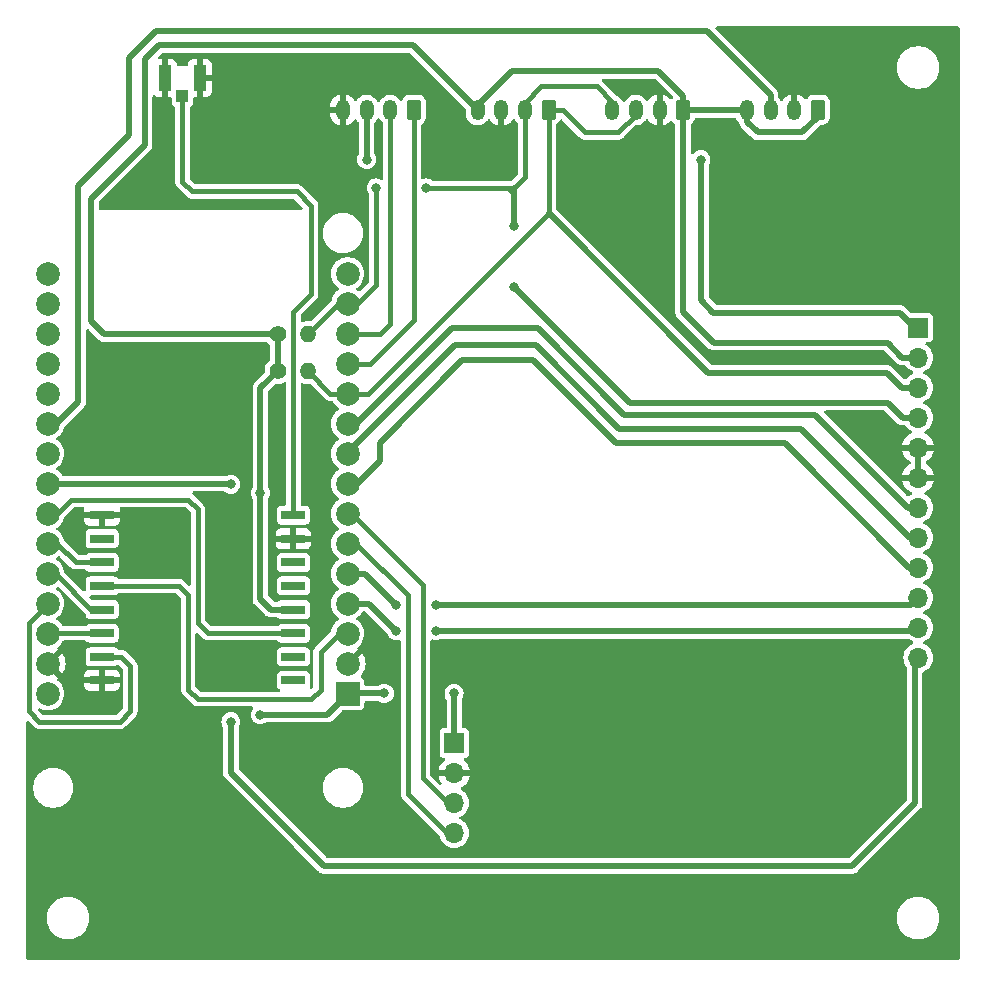
<source format=gbl>
G04 #@! TF.GenerationSoftware,KiCad,Pcbnew,8.0.4*
G04 #@! TF.CreationDate,2025-01-30T11:26:39-05:00*
G04 #@! TF.ProjectId,Cubesat_pcb,43756265-7361-4745-9f70-63622e6b6963,rev?*
G04 #@! TF.SameCoordinates,Original*
G04 #@! TF.FileFunction,Copper,L2,Bot*
G04 #@! TF.FilePolarity,Positive*
%FSLAX46Y46*%
G04 Gerber Fmt 4.6, Leading zero omitted, Abs format (unit mm)*
G04 Created by KiCad (PCBNEW 8.0.4) date 2025-01-30 11:26:39*
%MOMM*%
%LPD*%
G01*
G04 APERTURE LIST*
G04 Aperture macros list*
%AMRoundRect*
0 Rectangle with rounded corners*
0 $1 Rounding radius*
0 $2 $3 $4 $5 $6 $7 $8 $9 X,Y pos of 4 corners*
0 Add a 4 corners polygon primitive as box body*
4,1,4,$2,$3,$4,$5,$6,$7,$8,$9,$2,$3,0*
0 Add four circle primitives for the rounded corners*
1,1,$1+$1,$2,$3*
1,1,$1+$1,$4,$5*
1,1,$1+$1,$6,$7*
1,1,$1+$1,$8,$9*
0 Add four rect primitives between the rounded corners*
20,1,$1+$1,$2,$3,$4,$5,0*
20,1,$1+$1,$4,$5,$6,$7,0*
20,1,$1+$1,$6,$7,$8,$9,0*
20,1,$1+$1,$8,$9,$2,$3,0*%
G04 Aperture macros list end*
G04 #@! TA.AperFunction,ComponentPad*
%ADD10R,1.700000X1.700000*%
G04 #@! TD*
G04 #@! TA.AperFunction,ComponentPad*
%ADD11O,1.700000X1.700000*%
G04 #@! TD*
G04 #@! TA.AperFunction,ComponentPad*
%ADD12C,1.400000*%
G04 #@! TD*
G04 #@! TA.AperFunction,ComponentPad*
%ADD13O,1.400000X1.400000*%
G04 #@! TD*
G04 #@! TA.AperFunction,ComponentPad*
%ADD14RoundRect,0.250000X0.350000X0.625000X-0.350000X0.625000X-0.350000X-0.625000X0.350000X-0.625000X0*%
G04 #@! TD*
G04 #@! TA.AperFunction,ComponentPad*
%ADD15O,1.200000X1.750000*%
G04 #@! TD*
G04 #@! TA.AperFunction,ComponentPad*
%ADD16R,2.000000X2.000000*%
G04 #@! TD*
G04 #@! TA.AperFunction,ComponentPad*
%ADD17C,2.000000*%
G04 #@! TD*
G04 #@! TA.AperFunction,SMDPad,CuDef*
%ADD18R,2.000000X0.800000*%
G04 #@! TD*
G04 #@! TA.AperFunction,SMDPad,CuDef*
%ADD19R,1.000000X1.050000*%
G04 #@! TD*
G04 #@! TA.AperFunction,SMDPad,CuDef*
%ADD20R,1.050000X2.200000*%
G04 #@! TD*
G04 #@! TA.AperFunction,ViaPad*
%ADD21C,0.800000*%
G04 #@! TD*
G04 #@! TA.AperFunction,Conductor*
%ADD22C,0.406000*%
G04 #@! TD*
G04 #@! TA.AperFunction,Conductor*
%ADD23C,0.508000*%
G04 #@! TD*
G04 APERTURE END LIST*
D10*
G04 #@! TO.P,J7,1,Pin_1*
G04 #@! TO.N,3.3V*
X37224132Y19311654D03*
D11*
G04 #@! TO.P,J7,2,Pin_2*
G04 #@! TO.N,GND*
X37224132Y16771654D03*
G04 #@! TO.P,J7,3,Pin_3*
G04 #@! TO.N,RX_GPS*
X37224132Y14231654D03*
G04 #@! TO.P,J7,4,Pin_4*
G04 #@! TO.N,TX_GPS*
X37224132Y11691654D03*
G04 #@! TD*
D12*
G04 #@! TO.P,R1,1*
G04 #@! TO.N,3.3V*
X22259132Y53911654D03*
D13*
G04 #@! TO.P,R1,2*
G04 #@! TO.N,SCL*
X24799132Y53911654D03*
G04 #@! TD*
D14*
G04 #@! TO.P,J8,1,Pin_1*
G04 #@! TO.N,3.3V*
X56599132Y72911654D03*
D15*
G04 #@! TO.P,J8,2,Pin_2*
G04 #@! TO.N,GND*
X54599132Y72911654D03*
G04 #@! TO.P,J8,3,Pin_3*
G04 #@! TO.N,SDA*
X52599132Y72911654D03*
G04 #@! TO.P,J8,4,Pin_4*
G04 #@! TO.N,SCL*
X50599132Y72911654D03*
G04 #@! TD*
D10*
G04 #@! TO.P,J1,1,Pin_1*
G04 #@! TO.N,5V*
X76499132Y54486654D03*
D11*
G04 #@! TO.P,J1,2,Pin_2*
G04 #@! TO.N,3.3V*
X76499132Y51946654D03*
G04 #@! TO.P,J1,3,Pin_3*
G04 #@! TO.N,SDA*
X76499132Y49406654D03*
G04 #@! TO.P,J1,4,Pin_4*
G04 #@! TO.N,SCL*
X76499132Y46866654D03*
G04 #@! TO.P,J1,5,Pin_5*
G04 #@! TO.N,GND*
X76499132Y44326654D03*
G04 #@! TO.P,J1,6,Pin_6*
X76499132Y41786654D03*
G04 #@! TO.P,J1,7,Pin_7*
G04 #@! TO.N,Motor 1*
X76499132Y39246654D03*
G04 #@! TO.P,J1,8,Pin_8*
G04 #@! TO.N,Motor 2*
X76499132Y36706654D03*
G04 #@! TO.P,J1,9,Pin_9*
G04 #@! TO.N,Motor 3*
X76499132Y34166654D03*
G04 #@! TO.P,J1,10,Pin_10*
G04 #@! TO.N,Motor 4*
X76499132Y31626654D03*
G04 #@! TO.P,J1,11,Pin_11*
G04 #@! TO.N,Motor 5*
X76499132Y29086654D03*
G04 #@! TO.P,J1,12,Pin_12*
G04 #@! TO.N,Motor 6*
X76499132Y26546654D03*
G04 #@! TD*
D14*
G04 #@! TO.P,J6,1,Pin_1*
G04 #@! TO.N,3.3V*
X67999132Y72911654D03*
D15*
G04 #@! TO.P,J6,2,Pin_2*
G04 #@! TO.N,GND*
X65999132Y72911654D03*
G04 #@! TO.P,J6,3,Pin_3*
G04 #@! TO.N,UV_OUT*
X63999132Y72911654D03*
G04 #@! TO.P,J6,4,Pin_4*
G04 #@! TO.N,3.3V*
X61999132Y72911654D03*
G04 #@! TD*
D14*
G04 #@! TO.P,J4,1,Pin_1*
G04 #@! TO.N,TX_CO*
X33799132Y72911654D03*
D15*
G04 #@! TO.P,J4,2,Pin_2*
G04 #@! TO.N,RX_CO*
X31799132Y72911654D03*
G04 #@! TO.P,J4,3,Pin_3*
G04 #@! TO.N,5V*
X29799132Y72911654D03*
G04 #@! TO.P,J4,4,Pin_4*
G04 #@! TO.N,GND*
X27799132Y72911654D03*
G04 #@! TD*
D12*
G04 #@! TO.P,R2,1*
G04 #@! TO.N,3.3V*
X22259132Y50811654D03*
D13*
G04 #@! TO.P,R2,2*
G04 #@! TO.N,SDA*
X24799132Y50811654D03*
G04 #@! TD*
D14*
G04 #@! TO.P,J5,1,Pin_1*
G04 #@! TO.N,SDA*
X45199132Y72911654D03*
D15*
G04 #@! TO.P,J5,2,Pin_2*
G04 #@! TO.N,SCL*
X43199132Y72911654D03*
G04 #@! TO.P,J5,3,Pin_3*
G04 #@! TO.N,GND*
X41199132Y72911654D03*
G04 #@! TO.P,J5,4,Pin_4*
G04 #@! TO.N,3.3V*
X39199132Y72911654D03*
G04 #@! TD*
D16*
G04 #@! TO.P,U2,1,3V3*
G04 #@! TO.N,3.3V*
X28199132Y23491654D03*
D17*
G04 #@! TO.P,U2,2,GND*
G04 #@! TO.N,GND*
X28199132Y26031654D03*
G04 #@! TO.P,U2,3,D15*
G04 #@! TO.N,SS*
X28199132Y28571654D03*
G04 #@! TO.P,U2,4,D2*
G04 #@! TO.N,Motor 5*
X28199132Y31111654D03*
G04 #@! TO.P,U2,5,D4*
G04 #@! TO.N,Motor 4*
X28199132Y33651654D03*
G04 #@! TO.P,U2,6,RX2*
G04 #@! TO.N,TX_GPS*
X28199132Y36191654D03*
G04 #@! TO.P,U2,7,TX2*
G04 #@! TO.N,RX_GPS*
X28199132Y38731654D03*
G04 #@! TO.P,U2,8,D5*
G04 #@! TO.N,Motor 3*
X28199132Y41271654D03*
G04 #@! TO.P,U2,9,D18*
G04 #@! TO.N,Motor 2*
X28199132Y43811654D03*
G04 #@! TO.P,U2,10,D19*
G04 #@! TO.N,Motor 1*
X28199132Y46351654D03*
G04 #@! TO.P,U2,11,D21*
G04 #@! TO.N,SDA*
X28199132Y48891654D03*
G04 #@! TO.P,U2,12,RX0*
G04 #@! TO.N,TX_CO*
X28199132Y51431654D03*
G04 #@! TO.P,U2,13,TX0*
G04 #@! TO.N,RX_CO*
X28199132Y53971654D03*
G04 #@! TO.P,U2,14,D22*
G04 #@! TO.N,SCL*
X28199132Y56511654D03*
G04 #@! TO.P,U2,15,D23*
G04 #@! TO.N,unconnected-(U2-D23-Pad15)*
X28199132Y59051654D03*
G04 #@! TO.P,U2,16,EN*
G04 #@! TO.N,unconnected-(U2-EN-Pad16)*
X2799132Y59051654D03*
G04 #@! TO.P,U2,17,VP*
G04 #@! TO.N,unconnected-(U2-VP-Pad17)*
X2799132Y56511654D03*
G04 #@! TO.P,U2,18,VN*
G04 #@! TO.N,unconnected-(U2-VN-Pad18)*
X2799132Y53971654D03*
G04 #@! TO.P,U2,19,D34*
G04 #@! TO.N,unconnected-(U2-D34-Pad19)*
X2799132Y51431654D03*
G04 #@! TO.P,U2,20,D35*
G04 #@! TO.N,unconnected-(U2-D35-Pad20)*
X2799132Y48891654D03*
G04 #@! TO.P,U2,21,D32*
G04 #@! TO.N,UV_OUT*
X2799132Y46351654D03*
G04 #@! TO.P,U2,22,D33*
G04 #@! TO.N,unconnected-(U2-D33-Pad22)*
X2799132Y43811654D03*
G04 #@! TO.P,U2,23,D25*
G04 #@! TO.N,Motor 6*
X2799132Y41271654D03*
G04 #@! TO.P,U2,24,D26*
G04 #@! TO.N,DIO0*
X2799132Y38731654D03*
G04 #@! TO.P,U2,25,D27*
G04 #@! TO.N,RESET*
X2799132Y36191654D03*
G04 #@! TO.P,U2,26,D14*
G04 #@! TO.N,SCK*
X2799132Y33651654D03*
G04 #@! TO.P,U2,27,D12*
G04 #@! TO.N,MISO*
X2799132Y31111654D03*
G04 #@! TO.P,U2,28,D13*
G04 #@! TO.N,MOSI*
X2799132Y28571654D03*
G04 #@! TO.P,U2,29,GND*
G04 #@! TO.N,GND*
X2799132Y26031654D03*
G04 #@! TO.P,U2,30,VIN*
G04 #@! TO.N,unconnected-(U2-VIN-Pad30)*
X2799132Y23491654D03*
G04 #@! TD*
D18*
G04 #@! TO.P,U1,1,GND*
G04 #@! TO.N,GND*
X7399132Y24611654D03*
G04 #@! TO.P,U1,2,MISO*
G04 #@! TO.N,MISO*
X7399132Y26611654D03*
G04 #@! TO.P,U1,3,MOSI*
G04 #@! TO.N,MOSI*
X7399132Y28611654D03*
G04 #@! TO.P,U1,4,SCK*
G04 #@! TO.N,SCK*
X7399132Y30611654D03*
G04 #@! TO.P,U1,5,NSS*
G04 #@! TO.N,SS*
X7399132Y32611654D03*
G04 #@! TO.P,U1,6,RESET*
G04 #@! TO.N,RESET*
X7399132Y34611654D03*
G04 #@! TO.P,U1,7,DIO5*
G04 #@! TO.N,unconnected-(U1-DIO5-Pad7)*
X7399132Y36611654D03*
G04 #@! TO.P,U1,8,GND*
G04 #@! TO.N,GND*
X7399132Y38611654D03*
G04 #@! TO.P,U1,9,ANT*
G04 #@! TO.N,Net-(U1-ANT)*
X23599132Y38611654D03*
G04 #@! TO.P,U1,10,GND*
G04 #@! TO.N,GND*
X23599132Y36611654D03*
G04 #@! TO.P,U1,11,DIO3*
G04 #@! TO.N,unconnected-(U1-DIO3-Pad11)*
X23599132Y34611654D03*
G04 #@! TO.P,U1,12,DIO4*
G04 #@! TO.N,unconnected-(U1-DIO4-Pad12)*
X23599132Y32611654D03*
G04 #@! TO.P,U1,13,3.3V*
G04 #@! TO.N,3.3V*
X23599132Y30611654D03*
G04 #@! TO.P,U1,14,DIO0*
G04 #@! TO.N,DIO0*
X23599132Y28611654D03*
G04 #@! TO.P,U1,15,DIO1*
G04 #@! TO.N,unconnected-(U1-DIO1-Pad15)*
X23599132Y26611654D03*
G04 #@! TO.P,U1,16,DIO2*
G04 #@! TO.N,unconnected-(U1-DIO2-Pad16)*
X23599132Y24611654D03*
G04 #@! TD*
D19*
G04 #@! TO.P,J2,1*
G04 #@! TO.N,Net-(U1-ANT)*
X14199132Y74086654D03*
D20*
G04 #@! TO.P,J2,2*
G04 #@! TO.N,GND*
X12724132Y75611654D03*
G04 #@! TO.P,J2,3*
X15674132Y75611654D03*
G04 #@! TD*
D21*
G04 #@! TO.N,SCL*
X42299132Y57911654D03*
X34799132Y66311654D03*
X30599132Y66311654D03*
X42299132Y63111654D03*
G04 #@! TO.N,GND*
X5199132Y26611654D03*
X5199132Y22611654D03*
X5199132Y19611654D03*
X5199132Y38211654D03*
X54599132Y66711654D03*
X41199132Y67511654D03*
X46799132Y67511654D03*
X59999132Y66711654D03*
G04 #@! TO.N,Motor 5*
X32299132Y28811654D03*
X35699132Y28811654D03*
G04 #@! TO.N,Motor 4*
X35699132Y31011654D03*
X32299132Y31011654D03*
G04 #@! TO.N,5V*
X58099132Y68711654D03*
X29799132Y68711654D03*
G04 #@! TO.N,3.3V*
X31299132Y23511654D03*
X20799132Y21711654D03*
X20799132Y40511654D03*
X37199132Y23511654D03*
G04 #@! TO.N,Motor 6*
X18299132Y41211654D03*
X18299132Y21111654D03*
G04 #@! TD*
D22*
G04 #@! TO.N,RESET*
X5199132Y34611654D02*
X7399132Y34611654D01*
X3619132Y36191654D02*
X5199132Y34611654D01*
X2799132Y36191654D02*
X3619132Y36191654D01*
G04 #@! TO.N,SCL*
X43199132Y72911654D02*
X43199132Y73511654D01*
X30599132Y58111654D02*
X30599132Y66311654D01*
D23*
X76499132Y46866654D02*
X75171632Y46866654D01*
X42299132Y65811654D02*
X42299132Y66311654D01*
X73906632Y48131654D02*
X52079132Y48131654D01*
D22*
X43199132Y73511654D02*
X44599132Y74911654D01*
X27999132Y56711654D02*
X27899132Y56711654D01*
X42299132Y66311654D02*
X43199132Y67211654D01*
X44599132Y74911654D02*
X49299132Y74911654D01*
X28999132Y56511654D02*
X30599132Y58111654D01*
D23*
X52079132Y48131654D02*
X42299132Y57911654D01*
D22*
X50599132Y73611654D02*
X50599132Y72911654D01*
X28199132Y56511654D02*
X27999132Y56711654D01*
X41799132Y66311654D02*
X42299132Y65811654D01*
X34799132Y66311654D02*
X41799132Y66311654D01*
X41799132Y66311654D02*
X42299132Y66311654D01*
X28199132Y56511654D02*
X28999132Y56511654D01*
X43199132Y67211654D02*
X43199132Y72911654D01*
X27399132Y56511654D02*
X24799132Y53911654D01*
D23*
X42299132Y63111654D02*
X42299132Y65811654D01*
D22*
X49299132Y74911654D02*
X50599132Y73611654D01*
X28199132Y56511654D02*
X27399132Y56511654D01*
D23*
X75171632Y46866654D02*
X73906632Y48131654D01*
D22*
G04 #@! TO.N,SDA*
X48299132Y71011654D02*
X51099132Y71011654D01*
D23*
X73839132Y50671654D02*
X58739132Y50671654D01*
D22*
X52599132Y72511654D02*
X52599132Y72911654D01*
D23*
X75104132Y49406654D02*
X73839132Y50671654D01*
D22*
X46399132Y72911654D02*
X48299132Y71011654D01*
D23*
X58739132Y50671654D02*
X45199132Y64211654D01*
D22*
X45199132Y64211654D02*
X45199132Y72911654D01*
X28199132Y48891654D02*
X26719132Y48891654D01*
X45199132Y72911654D02*
X46399132Y72911654D01*
X28199132Y48891654D02*
X29879132Y48891654D01*
X29879132Y48891654D02*
X45199132Y64211654D01*
X26719132Y48891654D02*
X24799132Y50811654D01*
X51099132Y71011654D02*
X52599132Y72511654D01*
X28189132Y48881654D02*
X28199132Y48891654D01*
D23*
X76499132Y49406654D02*
X75104132Y49406654D01*
D22*
G04 #@! TO.N,RX_GPS*
X36679132Y14231654D02*
X34599132Y16311654D01*
X37224132Y14231654D02*
X36679132Y14231654D01*
X34599132Y32711654D02*
X28579132Y38731654D01*
X28579132Y38731654D02*
X28199132Y38731654D01*
X34599132Y16311654D02*
X34599132Y32711654D01*
G04 #@! TO.N,TX_GPS*
X33299132Y31811654D02*
X28919132Y36191654D01*
X33299132Y15011654D02*
X33299132Y31811654D01*
X37224132Y11691654D02*
X36619132Y11691654D01*
X36619132Y11691654D02*
X33299132Y15011654D01*
X28919132Y36191654D02*
X28199132Y36191654D01*
G04 #@! TO.N,MOSI*
X7399132Y28611654D02*
X2839132Y28611654D01*
X2839132Y28611654D02*
X2799132Y28571654D01*
G04 #@! TO.N,MISO*
X8999132Y26611654D02*
X7399132Y26611654D01*
X1202132Y29514654D02*
X1202132Y22008654D01*
X2099132Y21111654D02*
X8899132Y21111654D01*
X1202132Y22008654D02*
X2099132Y21111654D01*
X9799132Y25811654D02*
X8999132Y26611654D01*
X8899132Y21111654D02*
X9799132Y22011654D01*
X2799132Y31111654D02*
X1202132Y29514654D01*
X9799132Y22011654D02*
X9799132Y25811654D01*
G04 #@! TO.N,SS*
X25899132Y23811654D02*
X25099132Y23011654D01*
X14699132Y31811654D02*
X13899132Y32611654D01*
X15499132Y23011654D02*
X14699132Y23811654D01*
X25899132Y27011654D02*
X25899132Y23811654D01*
X25099132Y23011654D02*
X15499132Y23011654D01*
X13899132Y32611654D02*
X7399132Y32611654D01*
X14699132Y23811654D02*
X14699132Y31811654D01*
X27459132Y28571654D02*
X25899132Y27011654D01*
X28199132Y28571654D02*
X27459132Y28571654D01*
G04 #@! TO.N,Net-(U1-ANT)*
X25099132Y57318668D02*
X25099132Y64811654D01*
X25099132Y64811654D02*
X23899132Y66011654D01*
X23599132Y55818668D02*
X25099132Y57318668D01*
X14999132Y66011654D02*
X14199132Y66811654D01*
X14199132Y66811654D02*
X14199132Y74086654D01*
X23899132Y66011654D02*
X14999132Y66011654D01*
X23599132Y38611654D02*
X23599132Y55818668D01*
G04 #@! TO.N,DIO0*
X3619132Y38731654D02*
X2799132Y38731654D01*
X23599132Y28611654D02*
X16399132Y28611654D01*
X15499132Y29511654D02*
X15499132Y39111654D01*
X4799132Y39911654D02*
X3619132Y38731654D01*
X16399132Y28611654D02*
X15499132Y29511654D01*
X14699132Y39911654D02*
X4799132Y39911654D01*
X15499132Y39111654D02*
X14699132Y39911654D01*
G04 #@! TO.N,SCK*
X3459132Y33651654D02*
X6499132Y30611654D01*
X6499132Y30611654D02*
X7399132Y30611654D01*
X2799132Y33651654D02*
X3459132Y33651654D01*
D23*
G04 #@! TO.N,Motor 5*
X35699132Y28811654D02*
X76224132Y28811654D01*
X76499132Y29086654D02*
X76199132Y29086654D01*
X29999132Y31111654D02*
X32299132Y28811654D01*
X28199132Y31111654D02*
X29999132Y31111654D01*
X76224132Y28811654D02*
X76499132Y29086654D01*
G04 #@! TO.N,Motor 4*
X29659132Y33651654D02*
X32299132Y31011654D01*
X75884132Y31011654D02*
X76499132Y31626654D01*
X28199132Y33651654D02*
X29659132Y33651654D01*
X35699132Y31011654D02*
X75884132Y31011654D01*
G04 #@! TO.N,5V*
X58099132Y68711654D02*
X58099132Y56811654D01*
X59159132Y55751654D02*
X74934132Y55751654D01*
X74934132Y55751654D02*
X76199132Y54486654D01*
X29799132Y72911654D02*
X29799132Y68711654D01*
X58099132Y56811654D02*
X59159132Y55751654D01*
G04 #@! TO.N,Motor 1*
X67799132Y47111654D02*
X51599132Y47111654D01*
X36999132Y54411654D02*
X28939132Y46351654D01*
X75664132Y39246654D02*
X67799132Y47111654D01*
X76199132Y39246654D02*
X75664132Y39246654D01*
X51599132Y47111654D02*
X44299132Y54411654D01*
X28939132Y46351654D02*
X28199132Y46351654D01*
X44299132Y54411654D02*
X36999132Y54411654D01*
G04 #@! TO.N,Motor 3*
X28959132Y41271654D02*
X28199132Y41271654D01*
X37899132Y51711654D02*
X30899132Y44711654D01*
X30899132Y44711654D02*
X30899132Y43211654D01*
X76199132Y34166654D02*
X75744132Y34166654D01*
X65199132Y44711654D02*
X50899132Y44711654D01*
X30899132Y43211654D02*
X28959132Y41271654D01*
X75744132Y34166654D02*
X65199132Y44711654D01*
X43899132Y51711654D02*
X37899132Y51711654D01*
X50899132Y44711654D02*
X43899132Y51711654D01*
G04 #@! TO.N,3.3V*
X22259132Y53911654D02*
X7599132Y53911654D01*
X61999132Y72911654D02*
X56599132Y72911654D01*
X28219132Y23511654D02*
X28199132Y23491654D01*
X20799132Y31511654D02*
X20799132Y49351654D01*
X76499132Y51946654D02*
X75164132Y51946654D01*
X12199132Y78411654D02*
X33699132Y78411654D01*
X22259132Y53911654D02*
X22259132Y50811654D01*
X20799132Y49351654D02*
X22259132Y50811654D01*
X33699132Y78411654D02*
X39199132Y72911654D01*
X6465132Y55045654D02*
X6465132Y65377654D01*
X39199132Y73311654D02*
X42099132Y76211654D01*
X31299132Y23511654D02*
X28219132Y23511654D01*
X67999132Y72911654D02*
X67999132Y72311654D01*
X73899132Y53211654D02*
X59199132Y53211654D01*
X62899132Y71011654D02*
X61999132Y71911654D01*
X66699132Y71011654D02*
X62899132Y71011654D01*
X56599132Y55811654D02*
X56599132Y72911654D01*
X75164132Y51946654D02*
X73899132Y53211654D01*
X39199132Y72911654D02*
X39199132Y73311654D01*
X37224132Y19311654D02*
X37224132Y23486654D01*
X67999132Y72311654D02*
X66699132Y71011654D01*
X7599132Y53911654D02*
X6465132Y55045654D01*
X20799132Y21711654D02*
X26419132Y21711654D01*
X6465132Y65377654D02*
X10999132Y69911654D01*
X21699132Y30611654D02*
X20799132Y31511654D01*
X26419132Y21711654D02*
X28199132Y23491654D01*
X56599132Y74111654D02*
X56599132Y72911654D01*
X37224132Y23486654D02*
X37199132Y23511654D01*
X59199132Y53211654D02*
X56599132Y55811654D01*
X23599132Y30611654D02*
X21699132Y30611654D01*
X10999132Y77211654D02*
X12199132Y78411654D01*
X10999132Y69911654D02*
X10999132Y77211654D01*
X42099132Y76211654D02*
X54499132Y76211654D01*
X54499132Y76211654D02*
X56599132Y74111654D01*
X61999132Y71911654D02*
X61999132Y72911654D01*
G04 #@! TO.N,Motor 6*
X76199132Y14211654D02*
X76199132Y26246654D01*
X70899132Y8911654D02*
X76199132Y14211654D01*
X76199132Y26246654D02*
X76499132Y26546654D01*
X26199132Y8911654D02*
X70899132Y8911654D01*
X18299132Y21111654D02*
X18299132Y16811654D01*
X18239132Y41271654D02*
X2799132Y41271654D01*
X18299132Y41211654D02*
X18239132Y41271654D01*
X18299132Y16811654D02*
X26199132Y8911654D01*
G04 #@! TO.N,Motor 2*
X28199132Y43911654D02*
X28199132Y43811654D01*
X75804132Y36706654D02*
X66599132Y45911654D01*
X76199132Y36706654D02*
X75804132Y36706654D01*
X51199132Y45911654D02*
X44099132Y53011654D01*
X66599132Y45911654D02*
X51199132Y45911654D01*
X44099132Y53011654D02*
X37299132Y53011654D01*
X37299132Y53011654D02*
X28199132Y43911654D01*
D22*
G04 #@! TO.N,TX_CO*
X30119132Y51431654D02*
X33799132Y55111654D01*
X33799132Y55111654D02*
X33799132Y72911654D01*
X28199132Y51431654D02*
X30119132Y51431654D01*
G04 #@! TO.N,RX_CO*
X30959132Y53971654D02*
X31799132Y54811654D01*
X31799132Y54811654D02*
X31799132Y72911654D01*
X28199132Y53971654D02*
X30959132Y53971654D01*
D23*
G04 #@! TO.N,UV_OUT*
X63999132Y74211654D02*
X63999132Y72911654D01*
X5399132Y66511654D02*
X9699132Y70811654D01*
X9699132Y70811654D02*
X9699132Y77311654D01*
X9699132Y77311654D02*
X11999132Y79611654D01*
X11999132Y79611654D02*
X58599132Y79611654D01*
X5399132Y48211654D02*
X5399132Y66511654D01*
X2799132Y46351654D02*
X3539132Y46351654D01*
X58599132Y79611654D02*
X63999132Y74211654D01*
X3539132Y46351654D02*
X5399132Y48211654D01*
G04 #@! TD*
G04 #@! TA.AperFunction,Conductor*
G04 #@! TO.N,GND*
G36*
X79941671Y79961469D02*
G01*
X79987426Y79908665D01*
X79998632Y79857154D01*
X79998632Y1106154D01*
X79978947Y1039115D01*
X79926143Y993360D01*
X79874632Y982154D01*
X1123632Y982154D01*
X1056593Y1001839D01*
X1010838Y1054643D01*
X999632Y1106154D01*
X999632Y4629658D01*
X2698632Y4629658D01*
X2698632Y4393649D01*
X2698633Y4393633D01*
X2729438Y4159643D01*
X2790526Y3931660D01*
X2880846Y3713608D01*
X2880851Y3713597D01*
X2998862Y3509199D01*
X3142538Y3321956D01*
X3142544Y3321949D01*
X3309427Y3155066D01*
X3309434Y3155060D01*
X3496677Y3011384D01*
X3701075Y2893373D01*
X3701086Y2893368D01*
X3919138Y2803048D01*
X4147121Y2741960D01*
X4381111Y2711155D01*
X4381115Y2711154D01*
X4381121Y2711154D01*
X4381128Y2711154D01*
X4617136Y2711154D01*
X4617143Y2711154D01*
X4617149Y2711154D01*
X4617152Y2711155D01*
X4851142Y2741960D01*
X5079125Y2803048D01*
X5297177Y2893368D01*
X5297188Y2893373D01*
X5420089Y2964331D01*
X5501582Y3011381D01*
X5501586Y3011384D01*
X5688829Y3155060D01*
X5688836Y3155066D01*
X5855719Y3321949D01*
X5855725Y3321956D01*
X5999401Y3509199D01*
X5999405Y3509204D01*
X6075250Y3640572D01*
X6117412Y3713597D01*
X6117417Y3713608D01*
X6207738Y3931661D01*
X6268825Y4159640D01*
X6299632Y4393643D01*
X6299632Y4629658D01*
X74698632Y4629658D01*
X74698632Y4393649D01*
X74698633Y4393633D01*
X74729438Y4159643D01*
X74790526Y3931660D01*
X74880846Y3713608D01*
X74880851Y3713597D01*
X74998862Y3509199D01*
X75142538Y3321956D01*
X75142544Y3321949D01*
X75309427Y3155066D01*
X75309434Y3155060D01*
X75496677Y3011384D01*
X75701075Y2893373D01*
X75701086Y2893368D01*
X75919138Y2803048D01*
X76147121Y2741960D01*
X76381111Y2711155D01*
X76381115Y2711154D01*
X76381121Y2711154D01*
X76381128Y2711154D01*
X76617136Y2711154D01*
X76617143Y2711154D01*
X76617149Y2711154D01*
X76617152Y2711155D01*
X76851142Y2741960D01*
X77079125Y2803048D01*
X77297177Y2893368D01*
X77297188Y2893373D01*
X77420089Y2964331D01*
X77501582Y3011381D01*
X77501586Y3011384D01*
X77688829Y3155060D01*
X77688836Y3155066D01*
X77855719Y3321949D01*
X77855725Y3321956D01*
X77999401Y3509199D01*
X77999405Y3509204D01*
X78075250Y3640572D01*
X78117412Y3713597D01*
X78117417Y3713608D01*
X78207738Y3931661D01*
X78268825Y4159640D01*
X78299632Y4393643D01*
X78299632Y4629665D01*
X78268825Y4863668D01*
X78207738Y5091647D01*
X78117416Y5309703D01*
X77999405Y5514104D01*
X77855724Y5701353D01*
X77688831Y5868246D01*
X77501582Y6011927D01*
X77297181Y6129938D01*
X77079125Y6220260D01*
X76851146Y6281347D01*
X76617143Y6312154D01*
X76381121Y6312154D01*
X76147118Y6281347D01*
X75919139Y6220260D01*
X75701083Y6129938D01*
X75701080Y6129936D01*
X75701075Y6129934D01*
X75628050Y6087772D01*
X75496682Y6011927D01*
X75496677Y6011923D01*
X75309434Y5868247D01*
X75309427Y5868241D01*
X75142544Y5701358D01*
X75142540Y5701353D01*
X74998859Y5514104D01*
X74951809Y5432611D01*
X74880851Y5309710D01*
X74880846Y5309699D01*
X74790526Y5091647D01*
X74729438Y4863664D01*
X74698633Y4629674D01*
X74698632Y4629658D01*
X6299632Y4629658D01*
X6299632Y4629665D01*
X6268825Y4863668D01*
X6207738Y5091647D01*
X6117416Y5309703D01*
X5999405Y5514104D01*
X5855724Y5701353D01*
X5688831Y5868246D01*
X5501582Y6011927D01*
X5297181Y6129938D01*
X5079125Y6220260D01*
X4851146Y6281347D01*
X4617143Y6312154D01*
X4381121Y6312154D01*
X4147118Y6281347D01*
X3919139Y6220260D01*
X3701083Y6129938D01*
X3701080Y6129936D01*
X3701075Y6129934D01*
X3628050Y6087772D01*
X3496682Y6011927D01*
X3496677Y6011923D01*
X3309434Y5868247D01*
X3309427Y5868241D01*
X3142544Y5701358D01*
X3142540Y5701353D01*
X2998859Y5514104D01*
X2951809Y5432611D01*
X2880851Y5309710D01*
X2880846Y5309699D01*
X2790526Y5091647D01*
X2729438Y4863664D01*
X2698633Y4629674D01*
X2698632Y4629658D01*
X999632Y4629658D01*
X999632Y15643104D01*
X1568632Y15643104D01*
X1568632Y15420203D01*
X1568633Y15420187D01*
X1597726Y15199201D01*
X1597727Y15199194D01*
X1597728Y15199191D01*
X1599320Y15193250D01*
X1655422Y14983873D01*
X1655425Y14983863D01*
X1740725Y14777931D01*
X1740727Y14777927D01*
X1852184Y14584880D01*
X1852190Y14584871D01*
X1987883Y14408031D01*
X1987889Y14408024D01*
X2145502Y14250411D01*
X2145509Y14250405D01*
X2322349Y14114712D01*
X2322358Y14114706D01*
X2515405Y14003249D01*
X2515409Y14003247D01*
X2721341Y13917947D01*
X2721351Y13917944D01*
X2936669Y13860250D01*
X2936672Y13860249D01*
X2936679Y13860248D01*
X3157665Y13831155D01*
X3157669Y13831154D01*
X3157675Y13831154D01*
X3157682Y13831154D01*
X3380582Y13831154D01*
X3380589Y13831154D01*
X3380595Y13831154D01*
X3380598Y13831155D01*
X3601584Y13860248D01*
X3601589Y13860249D01*
X3601595Y13860250D01*
X3816913Y13917944D01*
X3816915Y13917945D01*
X3816922Y13917947D01*
X4022854Y14003247D01*
X4022858Y14003249D01*
X4040909Y14013671D01*
X4215906Y14114706D01*
X4215914Y14114712D01*
X4392754Y14250405D01*
X4392761Y14250411D01*
X4550374Y14408024D01*
X4550380Y14408031D01*
X4686073Y14584871D01*
X4686080Y14584880D01*
X4797537Y14777928D01*
X4882842Y14983873D01*
X4940536Y15199191D01*
X4969632Y15420197D01*
X4969632Y15643111D01*
X4940536Y15864117D01*
X4882842Y16079435D01*
X4797537Y16285380D01*
X4686080Y16478428D01*
X4550379Y16655278D01*
X4392756Y16812901D01*
X4215906Y16948602D01*
X4022858Y17060059D01*
X3816913Y17145364D01*
X3601595Y17203058D01*
X3380589Y17232154D01*
X3157675Y17232154D01*
X2936669Y17203058D01*
X2721351Y17145364D01*
X2515406Y17060059D01*
X2322358Y16948602D01*
X2322349Y16948595D01*
X2145509Y16812902D01*
X2145502Y16812896D01*
X1987889Y16655283D01*
X1987883Y16655276D01*
X1852190Y16478436D01*
X1852184Y16478428D01*
X1753883Y16308167D01*
X1740727Y16285380D01*
X1740725Y16285376D01*
X1655425Y16079444D01*
X1655423Y16079437D01*
X1655422Y16079435D01*
X1597728Y15864117D01*
X1597727Y15864111D01*
X1597726Y15864106D01*
X1568633Y15643120D01*
X1568632Y15643104D01*
X999632Y15643104D01*
X999632Y21058313D01*
X1019317Y21125352D01*
X1072121Y21171107D01*
X1141279Y21181051D01*
X1204835Y21152026D01*
X1211313Y21145994D01*
X1728571Y20628735D01*
X1728574Y20628733D01*
X1815818Y20578362D01*
X1824484Y20573359D01*
X1866188Y20549281D01*
X1866187Y20549281D01*
X1927585Y20532829D01*
X2019680Y20508153D01*
X2019683Y20508153D01*
X2186181Y20508153D01*
X2186197Y20508154D01*
X8812067Y20508154D01*
X8812083Y20508153D01*
X8819679Y20508153D01*
X8978582Y20508153D01*
X8978585Y20508153D01*
X9093702Y20538999D01*
X9132076Y20549281D01*
X9132077Y20549282D01*
X9182445Y20578362D01*
X9188464Y20581837D01*
X9269690Y20628733D01*
X9382053Y20741096D01*
X9389121Y20748164D01*
X9389123Y20748167D01*
X10165348Y21524392D01*
X10165359Y21524402D01*
X10173361Y21532404D01*
X10282053Y21641096D01*
X10282054Y21641098D01*
X10282057Y21641102D01*
X10361501Y21778705D01*
X10361504Y21778710D01*
X10377242Y21837442D01*
X10393206Y21897022D01*
X10402633Y21932201D01*
X10402633Y22091106D01*
X10402633Y22101095D01*
X10402632Y22101108D01*
X10402632Y25724588D01*
X10402633Y25724606D01*
X10402633Y25891104D01*
X10402633Y25891107D01*
X10361505Y26044597D01*
X10317909Y26120107D01*
X10282053Y26182212D01*
X10169690Y26294575D01*
X10169688Y26294575D01*
X10159485Y26304779D01*
X10159480Y26304783D01*
X9492261Y26972002D01*
X9492257Y26972007D01*
X9482053Y26982210D01*
X9482053Y26982212D01*
X9369690Y27094575D01*
X9282445Y27144945D01*
X9232075Y27174027D01*
X9078585Y27215155D01*
X8919679Y27215155D01*
X8912083Y27215155D01*
X8912067Y27215154D01*
X8813387Y27215154D01*
X8746348Y27234839D01*
X8725706Y27251473D01*
X8637479Y27339699D01*
X8637474Y27339704D01*
X8524436Y27397300D01*
X8524434Y27397300D01*
X8524433Y27397301D01*
X8457279Y27407936D01*
X8430651Y27412154D01*
X6367614Y27412153D01*
X6273828Y27397300D01*
X6160790Y27339704D01*
X6160786Y27339700D01*
X6160784Y27339699D01*
X6071086Y27250001D01*
X6071084Y27249998D01*
X6071082Y27249996D01*
X6050375Y27209356D01*
X6013484Y27136955D01*
X5998632Y27043178D01*
X5998632Y26180136D01*
X6008581Y26117322D01*
X6013486Y26086350D01*
X6071082Y25973312D01*
X6071083Y25973311D01*
X6071086Y25973306D01*
X6160784Y25883608D01*
X6160789Y25883605D01*
X6160790Y25883604D01*
X6198469Y25864405D01*
X6273830Y25826006D01*
X6367607Y25811154D01*
X6367613Y25811154D01*
X8430649Y25811154D01*
X8498789Y25821946D01*
X8524436Y25826008D01*
X8637474Y25883604D01*
X8637476Y25883606D01*
X8637479Y25883608D01*
X8667908Y25914037D01*
X8729231Y25947522D01*
X8798923Y25942538D01*
X8843270Y25914037D01*
X9159313Y25597995D01*
X9192798Y25536672D01*
X9195632Y25510314D01*
X9195632Y22312994D01*
X9175947Y22245955D01*
X9159313Y22225313D01*
X8685473Y21751473D01*
X8624150Y21717988D01*
X8597792Y21715154D01*
X2400472Y21715154D01*
X2333433Y21734839D01*
X2312791Y21751473D01*
X2167236Y21897028D01*
X2018951Y22045312D01*
X1985468Y22106633D01*
X1990452Y22176324D01*
X2032323Y22232258D01*
X2097788Y22256675D01*
X2165651Y22242046D01*
X2234622Y22204721D01*
X2234636Y22204715D01*
X2454147Y22129356D01*
X2623432Y22101108D01*
X2683083Y22091154D01*
X2683084Y22091154D01*
X2915180Y22091154D01*
X2915181Y22091154D01*
X2974832Y22101108D01*
X3144116Y22129356D01*
X3363627Y22204715D01*
X3363636Y22204718D01*
X3567760Y22315185D01*
X3567766Y22315189D01*
X3750909Y22457735D01*
X3750912Y22457738D01*
X3750916Y22457741D01*
X3908111Y22628501D01*
X3908112Y22628503D01*
X3908115Y22628506D01*
X4035056Y22822805D01*
X4128289Y23035353D01*
X4185265Y23260345D01*
X4185267Y23260356D01*
X4204432Y23491647D01*
X4204432Y23491660D01*
X4185267Y23722951D01*
X4185265Y23722962D01*
X4182925Y23732201D01*
X4128289Y23947954D01*
X4035056Y24160503D01*
X4032896Y24163809D01*
X5899132Y24163809D01*
X5905533Y24104281D01*
X5905535Y24104274D01*
X5955777Y23969567D01*
X5955781Y23969560D01*
X6041941Y23854466D01*
X6041944Y23854463D01*
X6157038Y23768303D01*
X6157045Y23768299D01*
X6291752Y23718057D01*
X6291759Y23718055D01*
X6351287Y23711654D01*
X7149132Y23711654D01*
X7649132Y23711654D01*
X8446976Y23711654D01*
X8506504Y23718055D01*
X8506511Y23718057D01*
X8641218Y23768299D01*
X8641225Y23768303D01*
X8756319Y23854463D01*
X8756322Y23854466D01*
X8842482Y23969560D01*
X8842486Y23969567D01*
X8892728Y24104274D01*
X8892730Y24104281D01*
X8899131Y24163809D01*
X8899132Y24163826D01*
X8899132Y24361654D01*
X7649132Y24361654D01*
X7649132Y23711654D01*
X7149132Y23711654D01*
X7149132Y24361654D01*
X5899132Y24361654D01*
X5899132Y24163809D01*
X4032896Y24163809D01*
X3984789Y24237442D01*
X3908115Y24354801D01*
X3908114Y24354801D01*
X3908111Y24354807D01*
X3750916Y24525567D01*
X3654311Y24600757D01*
X3613499Y24657467D01*
X3609824Y24727240D01*
X3644455Y24787923D01*
X3654313Y24796464D01*
X3669188Y24808042D01*
X3669189Y24808043D01*
X3417734Y25059498D01*
X5899132Y25059498D01*
X5899132Y24861654D01*
X7149132Y24861654D01*
X7649132Y24861654D01*
X8899132Y24861654D01*
X8899132Y25059481D01*
X8899131Y25059498D01*
X8892730Y25119026D01*
X8892728Y25119033D01*
X8842486Y25253740D01*
X8842482Y25253747D01*
X8756322Y25368841D01*
X8756319Y25368844D01*
X8641225Y25455004D01*
X8641218Y25455008D01*
X8506511Y25505250D01*
X8506504Y25505252D01*
X8446976Y25511653D01*
X8446960Y25511654D01*
X7649132Y25511654D01*
X7649132Y24861654D01*
X7149132Y24861654D01*
X7149132Y25511654D01*
X6351304Y25511654D01*
X6351287Y25511653D01*
X6291759Y25505252D01*
X6291752Y25505250D01*
X6157045Y25455008D01*
X6157038Y25455004D01*
X6041944Y25368844D01*
X6041941Y25368841D01*
X5955781Y25253747D01*
X5955777Y25253740D01*
X5905535Y25119033D01*
X5905533Y25119026D01*
X5899132Y25059498D01*
X3417734Y25059498D01*
X2936706Y25540525D01*
X2995985Y25556409D01*
X3112279Y25623552D01*
X3207234Y25718507D01*
X3274377Y25834801D01*
X3290259Y25894077D01*
X4022566Y25161770D01*
X4122863Y25315284D01*
X4222719Y25542936D01*
X4283744Y25783915D01*
X4283746Y25783924D01*
X4304273Y26031648D01*
X4304273Y26031659D01*
X4283746Y26279383D01*
X4283744Y26279392D01*
X4222719Y26520371D01*
X4122863Y26748023D01*
X4022566Y26901536D01*
X3290260Y26169229D01*
X3274377Y26228507D01*
X3207234Y26344801D01*
X3112279Y26439756D01*
X2995985Y26506899D01*
X2936707Y26522782D01*
X3669188Y27255263D01*
X3654312Y27266842D01*
X3613498Y27323552D01*
X3609823Y27393325D01*
X3644454Y27454008D01*
X3654310Y27462549D01*
X3750913Y27537739D01*
X3750916Y27537741D01*
X3908111Y27708501D01*
X3908112Y27708503D01*
X3908115Y27708506D01*
X4035056Y27902805D01*
X4048724Y27933964D01*
X4093680Y27987450D01*
X4160416Y28008140D01*
X4162280Y28008154D01*
X5984877Y28008154D01*
X6051916Y27988469D01*
X6072558Y27971835D01*
X6160784Y27883608D01*
X6160789Y27883605D01*
X6160790Y27883604D01*
X6198469Y27864405D01*
X6273830Y27826006D01*
X6367607Y27811154D01*
X6367613Y27811154D01*
X8430649Y27811154D01*
X8498789Y27821946D01*
X8524436Y27826008D01*
X8637474Y27883604D01*
X8637476Y27883606D01*
X8637479Y27883608D01*
X8727177Y27973306D01*
X8727178Y27973308D01*
X8727182Y27973312D01*
X8784778Y28086350D01*
X8784779Y28086352D01*
X8799631Y28180129D01*
X8799632Y28180135D01*
X8799631Y29043172D01*
X8784778Y29136958D01*
X8727182Y29249996D01*
X8637474Y29339704D01*
X8524436Y29397300D01*
X8524434Y29397300D01*
X8524433Y29397301D01*
X8457279Y29407936D01*
X8430651Y29412154D01*
X6367614Y29412153D01*
X6273828Y29397300D01*
X6160790Y29339704D01*
X6160786Y29339700D01*
X6160784Y29339699D01*
X6072558Y29251473D01*
X6011235Y29217988D01*
X5984877Y29215154D01*
X4118723Y29215154D01*
X4051684Y29234839D01*
X4014914Y29271333D01*
X3908115Y29434801D01*
X3908114Y29434801D01*
X3908111Y29434807D01*
X3750916Y29605567D01*
X3573312Y29743801D01*
X3532500Y29800511D01*
X3528825Y29870284D01*
X3563456Y29930967D01*
X3573313Y29939508D01*
X3616737Y29973306D01*
X3750916Y30077741D01*
X3908111Y30248501D01*
X3908112Y30248503D01*
X3908115Y30248506D01*
X4035056Y30442805D01*
X4128289Y30655353D01*
X4185265Y30880345D01*
X4185267Y30880356D01*
X4204432Y31111647D01*
X4204432Y31111660D01*
X4185267Y31342951D01*
X4185265Y31342962D01*
X4171504Y31397301D01*
X4128289Y31567954D01*
X4035056Y31780503D01*
X3908111Y31974807D01*
X3750916Y32145567D01*
X3703834Y32182212D01*
X3573314Y32283801D01*
X3532501Y32340511D01*
X3528826Y32410284D01*
X3563458Y32470967D01*
X3573314Y32479507D01*
X3601888Y32501747D01*
X3666882Y32527390D01*
X3735422Y32513823D01*
X3765731Y32491575D01*
X5962313Y30294993D01*
X5995798Y30233670D01*
X5998632Y30207316D01*
X5998632Y30180137D01*
X6011133Y30101204D01*
X6013486Y30086350D01*
X6066501Y29982303D01*
X6071083Y29973311D01*
X6071086Y29973306D01*
X6160784Y29883608D01*
X6160789Y29883605D01*
X6160790Y29883604D01*
X6186932Y29870284D01*
X6273830Y29826006D01*
X6367607Y29811154D01*
X6367613Y29811154D01*
X8430649Y29811154D01*
X8498789Y29821946D01*
X8524436Y29826008D01*
X8637474Y29883604D01*
X8637477Y29883607D01*
X8637479Y29883608D01*
X8727177Y29973306D01*
X8727178Y29973308D01*
X8727182Y29973312D01*
X8784778Y30086350D01*
X8784778Y30086351D01*
X8784779Y30086352D01*
X8799631Y30180129D01*
X8799632Y30180135D01*
X8799631Y31043172D01*
X8784778Y31136958D01*
X8727182Y31249996D01*
X8637474Y31339704D01*
X8524436Y31397300D01*
X8524434Y31397300D01*
X8524433Y31397301D01*
X8452604Y31408677D01*
X8430651Y31412154D01*
X6603470Y31412153D01*
X6536432Y31431838D01*
X6515795Y31448467D01*
X6364787Y31599475D01*
X6331304Y31660796D01*
X6336288Y31730488D01*
X6378160Y31786421D01*
X6443624Y31810838D01*
X6452470Y31811154D01*
X8430649Y31811154D01*
X8501231Y31822333D01*
X8524436Y31826008D01*
X8637474Y31883604D01*
X8637476Y31883606D01*
X8637479Y31883608D01*
X8725706Y31971835D01*
X8787029Y32005320D01*
X8813387Y32008154D01*
X13597792Y32008154D01*
X13664831Y31988469D01*
X13685473Y31971835D01*
X14059313Y31597995D01*
X14092798Y31536672D01*
X14095632Y31510314D01*
X14095632Y23901109D01*
X14095631Y23901096D01*
X14095631Y23891107D01*
X14095631Y23732201D01*
X14124555Y23624257D01*
X14136760Y23578708D01*
X14136759Y23578708D01*
X14152691Y23551116D01*
X14152693Y23551114D01*
X14216210Y23441097D01*
X14216212Y23441094D01*
X15128572Y22528734D01*
X15128575Y22528732D01*
X15183500Y22497022D01*
X15183502Y22497021D01*
X15247389Y22460135D01*
X15266189Y22449281D01*
X15419679Y22408153D01*
X15419682Y22408153D01*
X15586181Y22408153D01*
X15586197Y22408154D01*
X20067003Y22408154D01*
X20134042Y22388469D01*
X20179797Y22335665D01*
X20189741Y22266507D01*
X20171997Y22218182D01*
X20169317Y22213917D01*
X20169316Y22213916D01*
X20092151Y22091109D01*
X20073343Y22061176D01*
X20013763Y21890908D01*
X20013762Y21890903D01*
X19993567Y21711657D01*
X19993567Y21711650D01*
X20013762Y21532404D01*
X20013763Y21532399D01*
X20073343Y21362130D01*
X20169316Y21209391D01*
X20296869Y21081838D01*
X20449608Y20985865D01*
X20619877Y20926285D01*
X20619882Y20926284D01*
X20799128Y20906089D01*
X20799132Y20906089D01*
X20799136Y20906089D01*
X20978381Y20926284D01*
X20978394Y20926287D01*
X21148650Y20985863D01*
X21148654Y20985864D01*
X21231862Y21038148D01*
X21297834Y21057154D01*
X26483599Y21057154D01*
X26610035Y21082303D01*
X26610044Y21082306D01*
X26729148Y21131639D01*
X26729160Y21131646D01*
X26836350Y21203269D01*
X26836354Y21203272D01*
X27687916Y22054835D01*
X27749239Y22088320D01*
X27775597Y22091154D01*
X29230649Y22091154D01*
X29298789Y22101946D01*
X29324436Y22106008D01*
X29437474Y22163604D01*
X29437476Y22163606D01*
X29437479Y22163608D01*
X29527177Y22253306D01*
X29527178Y22253308D01*
X29527182Y22253312D01*
X29584778Y22366350D01*
X29584779Y22366352D01*
X29599632Y22460129D01*
X29599632Y22733154D01*
X29619317Y22800193D01*
X29672121Y22845948D01*
X29723632Y22857154D01*
X30800430Y22857154D01*
X30866402Y22838148D01*
X30949609Y22785864D01*
X30949613Y22785863D01*
X31119869Y22726287D01*
X31119882Y22726284D01*
X31299128Y22706089D01*
X31299132Y22706089D01*
X31299136Y22706089D01*
X31478381Y22726284D01*
X31478386Y22726285D01*
X31648655Y22785865D01*
X31801394Y22881838D01*
X31928947Y23009391D01*
X31933576Y23016757D01*
X32024921Y23162132D01*
X32084500Y23332399D01*
X32096747Y23441094D01*
X32104697Y23511650D01*
X32104697Y23511657D01*
X32084501Y23690903D01*
X32084500Y23690908D01*
X32075001Y23718055D01*
X32024921Y23861176D01*
X31928948Y24013916D01*
X31801394Y24141470D01*
X31648654Y24237443D01*
X31478387Y24297022D01*
X31478384Y24297022D01*
X31478381Y24297023D01*
X31299136Y24317219D01*
X31299128Y24317219D01*
X31119882Y24297023D01*
X31119878Y24297022D01*
X31119877Y24297022D01*
X31119875Y24297021D01*
X31119869Y24297020D01*
X30949613Y24237444D01*
X30949609Y24237443D01*
X30866402Y24185160D01*
X30800430Y24166154D01*
X29723631Y24166154D01*
X29656592Y24185839D01*
X29610837Y24238643D01*
X29599631Y24290154D01*
X29599631Y24523171D01*
X29599252Y24525567D01*
X29584778Y24616958D01*
X29527182Y24729996D01*
X29437474Y24819704D01*
X29368546Y24854824D01*
X29317751Y24902797D01*
X29300956Y24970618D01*
X29323493Y25036753D01*
X29333612Y25049291D01*
X29386902Y25107179D01*
X29522864Y25315286D01*
X29622719Y25542936D01*
X29683744Y25783915D01*
X29683746Y25783924D01*
X29704273Y26031648D01*
X29704273Y26031659D01*
X29683746Y26279383D01*
X29683744Y26279392D01*
X29622719Y26520371D01*
X29522863Y26748023D01*
X29422566Y26901536D01*
X28690259Y26169229D01*
X28674377Y26228507D01*
X28607234Y26344801D01*
X28512279Y26439756D01*
X28395985Y26506899D01*
X28336707Y26522782D01*
X29069188Y27255263D01*
X29054312Y27266842D01*
X29013498Y27323552D01*
X29009823Y27393325D01*
X29044454Y27454008D01*
X29054310Y27462549D01*
X29150913Y27537739D01*
X29150916Y27537741D01*
X29308111Y27708501D01*
X29308112Y27708503D01*
X29308115Y27708506D01*
X29435056Y27902805D01*
X29528289Y28115353D01*
X29585265Y28340345D01*
X29585267Y28340356D01*
X29604432Y28571647D01*
X29604432Y28571660D01*
X29585267Y28802951D01*
X29585265Y28802962D01*
X29568624Y28868674D01*
X29528289Y29027954D01*
X29435056Y29240503D01*
X29308111Y29434807D01*
X29150916Y29605567D01*
X28973312Y29743801D01*
X28932500Y29800511D01*
X28928825Y29870284D01*
X28963456Y29930967D01*
X28973313Y29939508D01*
X29016737Y29973306D01*
X29150916Y30077741D01*
X29308111Y30248501D01*
X29308112Y30248503D01*
X29308115Y30248506D01*
X29407727Y30400975D01*
X29460873Y30446332D01*
X29511536Y30457154D01*
X29676667Y30457154D01*
X29743706Y30437469D01*
X29764348Y30420835D01*
X31478127Y28707055D01*
X31511612Y28645732D01*
X31513665Y28633266D01*
X31513761Y28632406D01*
X31573342Y28462132D01*
X31669316Y28309391D01*
X31796869Y28181838D01*
X31949608Y28085865D01*
X32119877Y28026285D01*
X32119882Y28026284D01*
X32299128Y28006089D01*
X32299132Y28006089D01*
X32299136Y28006089D01*
X32478381Y28026284D01*
X32478386Y28026285D01*
X32530677Y28044583D01*
X32600456Y28048144D01*
X32661084Y28013415D01*
X32693311Y27951422D01*
X32695632Y27927541D01*
X32695632Y15101109D01*
X32695631Y15101096D01*
X32695631Y15091107D01*
X32695631Y14932201D01*
X32715166Y14859296D01*
X32736759Y14778710D01*
X32751299Y14753525D01*
X32765840Y14728340D01*
X32804728Y14660985D01*
X32816211Y14641096D01*
X32816213Y14641093D01*
X32928576Y14528731D01*
X35966001Y11491305D01*
X35998094Y11435719D01*
X36044556Y11262324D01*
X36137029Y11064015D01*
X36262538Y10884772D01*
X36417250Y10730060D01*
X36417253Y10730057D01*
X36417255Y10730056D01*
X36476914Y10688281D01*
X36596493Y10604551D01*
X36794800Y10512080D01*
X36794809Y10512076D01*
X37006154Y10455447D01*
X37224130Y10436377D01*
X37224132Y10436377D01*
X37224134Y10436377D01*
X37333120Y10445912D01*
X37442109Y10455447D01*
X37442111Y10455447D01*
X37653454Y10512076D01*
X37653458Y10512078D01*
X37653462Y10512079D01*
X37752616Y10558315D01*
X37851770Y10604551D01*
X37887618Y10629652D01*
X38031009Y10730056D01*
X38185730Y10884777D01*
X38311234Y11064015D01*
X38403707Y11262324D01*
X38460339Y11473677D01*
X38479409Y11691654D01*
X38460339Y11909631D01*
X38403707Y12120984D01*
X38311234Y12319292D01*
X38185730Y12498531D01*
X38031009Y12653252D01*
X37851771Y12778756D01*
X37700546Y12849272D01*
X37648109Y12895444D01*
X37628957Y12962638D01*
X37649173Y13029519D01*
X37700546Y13074035D01*
X37851771Y13144552D01*
X38031009Y13270056D01*
X38185730Y13424777D01*
X38311234Y13604015D01*
X38403707Y13802324D01*
X38460339Y14013677D01*
X38479409Y14231654D01*
X38460339Y14449631D01*
X38403707Y14660984D01*
X38311234Y14859292D01*
X38185730Y15038531D01*
X38031009Y15193252D01*
X37851771Y15318756D01*
X37818264Y15334380D01*
X37765827Y15380550D01*
X37746675Y15447744D01*
X37766890Y15514625D01*
X37818266Y15559143D01*
X37901710Y15598053D01*
X38095214Y15733548D01*
X38262237Y15900571D01*
X38397732Y16094075D01*
X38497561Y16308161D01*
X38497564Y16308167D01*
X38554768Y16521654D01*
X37657144Y16521654D01*
X37690057Y16578661D01*
X37724132Y16705828D01*
X37724132Y16837480D01*
X37690057Y16964647D01*
X37657144Y17021654D01*
X38554767Y17021654D01*
X38497564Y17235140D01*
X38497561Y17235146D01*
X38397732Y17449231D01*
X38397731Y17449233D01*
X38262245Y17642727D01*
X38262240Y17642733D01*
X38095211Y17809762D01*
X38055748Y17837395D01*
X38012123Y17891972D01*
X38004929Y17961470D01*
X38036452Y18023825D01*
X38096682Y18059239D01*
X38107471Y18061443D01*
X38199436Y18076008D01*
X38312474Y18133604D01*
X38312476Y18133606D01*
X38312479Y18133608D01*
X38402177Y18223306D01*
X38402178Y18223308D01*
X38402182Y18223312D01*
X38459778Y18336350D01*
X38459778Y18336351D01*
X38459779Y18336352D01*
X38474631Y18430129D01*
X38474632Y18430135D01*
X38474631Y20193172D01*
X38459778Y20286958D01*
X38402182Y20399996D01*
X38312474Y20489704D01*
X38199436Y20547300D01*
X38199434Y20547300D01*
X38199433Y20547301D01*
X38132279Y20557936D01*
X38105651Y20562154D01*
X38002631Y20562153D01*
X37935594Y20581837D01*
X37889838Y20634640D01*
X37878632Y20686153D01*
X37878632Y23052739D01*
X37897638Y23118710D01*
X37924922Y23162133D01*
X37984498Y23332391D01*
X37984501Y23332404D01*
X38004697Y23511650D01*
X38004697Y23511657D01*
X37984501Y23690903D01*
X37984500Y23690908D01*
X37975001Y23718055D01*
X37924921Y23861176D01*
X37828948Y24013916D01*
X37701394Y24141470D01*
X37548654Y24237443D01*
X37378387Y24297022D01*
X37378384Y24297022D01*
X37378381Y24297023D01*
X37199136Y24317219D01*
X37199128Y24317219D01*
X37019882Y24297023D01*
X37019877Y24297022D01*
X36849610Y24237443D01*
X36696870Y24141470D01*
X36696869Y24141469D01*
X36569316Y24013916D01*
X36473343Y23861177D01*
X36413763Y23690908D01*
X36413762Y23690903D01*
X36393567Y23511657D01*
X36393567Y23511650D01*
X36413762Y23332404D01*
X36413763Y23332399D01*
X36473343Y23162130D01*
X36550626Y23039137D01*
X36569632Y22973165D01*
X36569632Y20686153D01*
X36549947Y20619114D01*
X36497143Y20573359D01*
X36445632Y20562153D01*
X36342614Y20562153D01*
X36248828Y20547300D01*
X36135790Y20489704D01*
X36135786Y20489700D01*
X36135784Y20489699D01*
X36046086Y20400001D01*
X36046084Y20399998D01*
X36046082Y20399996D01*
X36006937Y20323171D01*
X35988484Y20286955D01*
X35973632Y20193178D01*
X35973632Y18430136D01*
X35986455Y18349173D01*
X35988486Y18336350D01*
X36046082Y18223312D01*
X36046083Y18223311D01*
X36046086Y18223306D01*
X36135784Y18133608D01*
X36135789Y18133605D01*
X36135790Y18133604D01*
X36193429Y18104234D01*
X36248831Y18076006D01*
X36340788Y18061442D01*
X36403923Y18031513D01*
X36440854Y17972201D01*
X36439856Y17902338D01*
X36401246Y17844106D01*
X36392514Y17837394D01*
X36353054Y17809763D01*
X36353052Y17809762D01*
X36186023Y17642733D01*
X36186018Y17642727D01*
X36050532Y17449233D01*
X36050531Y17449231D01*
X35950702Y17235146D01*
X35950699Y17235140D01*
X35893496Y17021654D01*
X36791120Y17021654D01*
X36758207Y16964647D01*
X36724132Y16837480D01*
X36724132Y16705828D01*
X36758207Y16578661D01*
X36791120Y16521654D01*
X35893496Y16521654D01*
X35950699Y16308167D01*
X35950702Y16308161D01*
X36050532Y16094074D01*
X36050534Y16094070D01*
X36125936Y15986386D01*
X36148263Y15920180D01*
X36131253Y15852413D01*
X36080305Y15804600D01*
X36011595Y15791922D01*
X35946938Y15818404D01*
X35936693Y15827569D01*
X35238949Y16525314D01*
X35205466Y16586635D01*
X35202632Y16612993D01*
X35202632Y27962532D01*
X35222317Y28029571D01*
X35275121Y28075326D01*
X35344279Y28085270D01*
X35367586Y28079574D01*
X35519874Y28026286D01*
X35519882Y28026284D01*
X35699128Y28006089D01*
X35699132Y28006089D01*
X35699136Y28006089D01*
X35878381Y28026284D01*
X35878394Y28026287D01*
X36048650Y28085863D01*
X36048654Y28085864D01*
X36131862Y28138148D01*
X36197834Y28157154D01*
X75608870Y28157154D01*
X75675909Y28137469D01*
X75688571Y28128147D01*
X75692246Y28125063D01*
X75692252Y28125058D01*
X75692255Y28125056D01*
X75749075Y28085270D01*
X75871493Y27999551D01*
X76022715Y27929035D01*
X76075154Y27882862D01*
X76094306Y27815668D01*
X76074090Y27748787D01*
X76022717Y27704272D01*
X75871494Y27633756D01*
X75871493Y27633755D01*
X75871489Y27633753D01*
X75692253Y27508251D01*
X75537534Y27353532D01*
X75412032Y27174296D01*
X75412030Y27174292D01*
X75319557Y26975984D01*
X75319556Y26975980D01*
X75319554Y26975976D01*
X75262925Y26764633D01*
X75262925Y26764631D01*
X75261472Y26748023D01*
X75243855Y26546656D01*
X75243855Y26546651D01*
X75262925Y26328678D01*
X75262925Y26328674D01*
X75319554Y26117331D01*
X75319556Y26117324D01*
X75319557Y26117324D01*
X75412030Y25919015D01*
X75522207Y25761665D01*
X75544534Y25695461D01*
X75544632Y25690543D01*
X75544632Y14534119D01*
X75524947Y14467080D01*
X75508313Y14446438D01*
X70664348Y9602473D01*
X70603025Y9568988D01*
X70576667Y9566154D01*
X26521597Y9566154D01*
X26454558Y9585839D01*
X26433916Y9602473D01*
X20393285Y15643104D01*
X26078632Y15643104D01*
X26078632Y15420203D01*
X26078633Y15420187D01*
X26107726Y15199201D01*
X26107727Y15199194D01*
X26107728Y15199191D01*
X26109320Y15193250D01*
X26165422Y14983873D01*
X26165425Y14983863D01*
X26250725Y14777931D01*
X26250727Y14777927D01*
X26362184Y14584880D01*
X26362190Y14584871D01*
X26497883Y14408031D01*
X26497889Y14408024D01*
X26655502Y14250411D01*
X26655509Y14250405D01*
X26832349Y14114712D01*
X26832358Y14114706D01*
X27025405Y14003249D01*
X27025409Y14003247D01*
X27231341Y13917947D01*
X27231351Y13917944D01*
X27446669Y13860250D01*
X27446672Y13860249D01*
X27446679Y13860248D01*
X27667665Y13831155D01*
X27667669Y13831154D01*
X27667675Y13831154D01*
X27667682Y13831154D01*
X27890582Y13831154D01*
X27890589Y13831154D01*
X27890595Y13831154D01*
X27890598Y13831155D01*
X28111584Y13860248D01*
X28111589Y13860249D01*
X28111595Y13860250D01*
X28326913Y13917944D01*
X28326915Y13917945D01*
X28326922Y13917947D01*
X28532854Y14003247D01*
X28532858Y14003249D01*
X28550909Y14013671D01*
X28725906Y14114706D01*
X28725914Y14114712D01*
X28902754Y14250405D01*
X28902761Y14250411D01*
X29060374Y14408024D01*
X29060380Y14408031D01*
X29196073Y14584871D01*
X29196080Y14584880D01*
X29307537Y14777928D01*
X29392842Y14983873D01*
X29450536Y15199191D01*
X29479632Y15420197D01*
X29479632Y15643111D01*
X29450536Y15864117D01*
X29392842Y16079435D01*
X29307537Y16285380D01*
X29196080Y16478428D01*
X29060379Y16655278D01*
X28902756Y16812901D01*
X28725906Y16948602D01*
X28532858Y17060059D01*
X28326913Y17145364D01*
X28111595Y17203058D01*
X27890589Y17232154D01*
X27667675Y17232154D01*
X27446669Y17203058D01*
X27231351Y17145364D01*
X27025406Y17060059D01*
X26832358Y16948602D01*
X26832349Y16948595D01*
X26655509Y16812902D01*
X26655502Y16812896D01*
X26497889Y16655283D01*
X26497883Y16655276D01*
X26362190Y16478436D01*
X26362184Y16478428D01*
X26263883Y16308167D01*
X26250727Y16285380D01*
X26250725Y16285376D01*
X26165425Y16079444D01*
X26165423Y16079437D01*
X26165422Y16079435D01*
X26107728Y15864117D01*
X26107727Y15864111D01*
X26107726Y15864106D01*
X26078633Y15643120D01*
X26078632Y15643104D01*
X20393285Y15643104D01*
X18989951Y17046438D01*
X18956466Y17107761D01*
X18953632Y17134119D01*
X18953632Y20612951D01*
X18972638Y20678923D01*
X19024920Y20762131D01*
X19024921Y20762132D01*
X19075294Y20906089D01*
X19084498Y20932391D01*
X19084501Y20932404D01*
X19104697Y21111650D01*
X19104697Y21111657D01*
X19084501Y21290903D01*
X19084500Y21290908D01*
X19061137Y21357676D01*
X19024921Y21461176D01*
X18928948Y21613916D01*
X18801394Y21741470D01*
X18648654Y21837443D01*
X18478387Y21897022D01*
X18478384Y21897022D01*
X18478381Y21897023D01*
X18299136Y21917219D01*
X18299128Y21917219D01*
X18119882Y21897023D01*
X18119877Y21897022D01*
X17949610Y21837443D01*
X17796870Y21741470D01*
X17796869Y21741469D01*
X17669316Y21613916D01*
X17573343Y21461177D01*
X17513763Y21290908D01*
X17513762Y21290903D01*
X17493567Y21111657D01*
X17493567Y21111650D01*
X17513762Y20932404D01*
X17513765Y20932391D01*
X17573341Y20762135D01*
X17573343Y20762131D01*
X17625626Y20678923D01*
X17644632Y20612951D01*
X17644632Y16747187D01*
X17669781Y16620750D01*
X17669784Y16620741D01*
X17719117Y16501637D01*
X17719124Y16501625D01*
X17790747Y16394435D01*
X17790750Y16394431D01*
X23729736Y10455447D01*
X25690748Y8494435D01*
X25690749Y8494434D01*
X25736331Y8448851D01*
X25781913Y8403269D01*
X25889112Y8331641D01*
X25889114Y8331640D01*
X26008219Y8282306D01*
X26008228Y8282303D01*
X26134664Y8257154D01*
X26134669Y8257154D01*
X70963599Y8257154D01*
X71090035Y8282303D01*
X71090044Y8282306D01*
X71209149Y8331640D01*
X71209151Y8331641D01*
X71316350Y8403269D01*
X71316352Y8403271D01*
X71407515Y8494434D01*
X71407516Y8494435D01*
X73977096Y11064015D01*
X76707513Y13794431D01*
X76707516Y13794435D01*
X76779139Y13901625D01*
X76779146Y13901637D01*
X76825553Y14013677D01*
X76828480Y14020743D01*
X76828480Y14020745D01*
X76828482Y14020750D01*
X76853631Y14147187D01*
X76853632Y14147191D01*
X76853632Y25253188D01*
X76873317Y25320227D01*
X76925227Y25365570D01*
X77126770Y25459551D01*
X77192037Y25505252D01*
X77306009Y25585056D01*
X77460730Y25739777D01*
X77586234Y25919015D01*
X77678707Y26117324D01*
X77679453Y26120106D01*
X77726201Y26294575D01*
X77735339Y26328677D01*
X77754409Y26546654D01*
X77735339Y26764631D01*
X77678707Y26975984D01*
X77586234Y27174292D01*
X77460730Y27353531D01*
X77306009Y27508252D01*
X77126771Y27633756D01*
X76975546Y27704272D01*
X76923109Y27750444D01*
X76903957Y27817638D01*
X76924173Y27884519D01*
X76975546Y27929035D01*
X77126771Y27999552D01*
X77306009Y28125056D01*
X77460730Y28279777D01*
X77586234Y28459015D01*
X77678707Y28657324D01*
X77683812Y28676374D01*
X77735338Y28868674D01*
X77735339Y28868677D01*
X77754409Y29086654D01*
X77735339Y29304631D01*
X77678707Y29515984D01*
X77586234Y29714292D01*
X77460730Y29893531D01*
X77306009Y30048252D01*
X77126771Y30173756D01*
X76975546Y30244272D01*
X76923109Y30290444D01*
X76903957Y30357638D01*
X76924173Y30424519D01*
X76975546Y30469035D01*
X77126771Y30539552D01*
X77306009Y30665056D01*
X77460730Y30819777D01*
X77586234Y30999015D01*
X77678707Y31197324D01*
X77679860Y31201625D01*
X77732290Y31397299D01*
X77735339Y31408677D01*
X77753830Y31620038D01*
X77754409Y31626651D01*
X77754409Y31626656D01*
X77750012Y31676911D01*
X77735339Y31844631D01*
X77678707Y32055984D01*
X77586234Y32254292D01*
X77460730Y32433531D01*
X77306009Y32588252D01*
X77126771Y32713756D01*
X76975546Y32784272D01*
X76923109Y32830444D01*
X76903957Y32897638D01*
X76924173Y32964519D01*
X76975546Y33009035D01*
X77126771Y33079552D01*
X77306009Y33205056D01*
X77460730Y33359777D01*
X77586234Y33539015D01*
X77678707Y33737324D01*
X77735339Y33948677D01*
X77754409Y34166654D01*
X77735339Y34384631D01*
X77678707Y34595984D01*
X77586234Y34794292D01*
X77460730Y34973531D01*
X77306009Y35128252D01*
X77126771Y35253756D01*
X76975546Y35324272D01*
X76923109Y35370444D01*
X76903957Y35437638D01*
X76924173Y35504519D01*
X76975546Y35549035D01*
X77126771Y35619552D01*
X77306009Y35745056D01*
X77460730Y35899777D01*
X77586234Y36079015D01*
X77678707Y36277324D01*
X77735339Y36488677D01*
X77754409Y36706654D01*
X77735339Y36924631D01*
X77678707Y37135984D01*
X77586234Y37334292D01*
X77460730Y37513531D01*
X77306009Y37668252D01*
X77126771Y37793756D01*
X76975546Y37864272D01*
X76923109Y37910444D01*
X76903957Y37977638D01*
X76924173Y38044519D01*
X76975546Y38089035D01*
X77126771Y38159552D01*
X77306009Y38285056D01*
X77460730Y38439777D01*
X77586234Y38619015D01*
X77678707Y38817324D01*
X77735339Y39028677D01*
X77754409Y39246654D01*
X77735339Y39464631D01*
X77678707Y39675984D01*
X77586234Y39874292D01*
X77460730Y40053531D01*
X77306009Y40208252D01*
X77126771Y40333756D01*
X77093264Y40349380D01*
X77040827Y40395550D01*
X77021675Y40462744D01*
X77041890Y40529625D01*
X77093266Y40574143D01*
X77176710Y40613053D01*
X77370214Y40748548D01*
X77537237Y40915571D01*
X77672732Y41109075D01*
X77772561Y41323161D01*
X77772564Y41323167D01*
X77829768Y41536654D01*
X76932144Y41536654D01*
X76965057Y41593661D01*
X76999132Y41720828D01*
X76999132Y41852480D01*
X76965057Y41979647D01*
X76932144Y42036654D01*
X77829767Y42036654D01*
X77772564Y42250140D01*
X77772561Y42250146D01*
X77672732Y42464231D01*
X77672731Y42464233D01*
X77537245Y42657727D01*
X77537240Y42657733D01*
X77370214Y42824759D01*
X77184100Y42955079D01*
X77140476Y43009656D01*
X77133283Y43079155D01*
X77164805Y43141509D01*
X77184100Y43158229D01*
X77370214Y43288548D01*
X77537237Y43455571D01*
X77672732Y43649075D01*
X77772561Y43863161D01*
X77772564Y43863167D01*
X77829768Y44076654D01*
X76932144Y44076654D01*
X76965057Y44133661D01*
X76999132Y44260828D01*
X76999132Y44392480D01*
X76965057Y44519647D01*
X76932144Y44576654D01*
X77829767Y44576654D01*
X77772564Y44790140D01*
X77772561Y44790146D01*
X77672732Y45004231D01*
X77672731Y45004233D01*
X77537245Y45197727D01*
X77537240Y45197733D01*
X77370214Y45364759D01*
X77176712Y45500252D01*
X77093267Y45539163D01*
X77040827Y45585335D01*
X77021675Y45652529D01*
X77041890Y45719410D01*
X77093265Y45763927D01*
X77126765Y45779549D01*
X77126769Y45779551D01*
X77126771Y45779552D01*
X77306009Y45905056D01*
X77460730Y46059777D01*
X77586234Y46239015D01*
X77678707Y46437324D01*
X77684021Y46457154D01*
X77735338Y46648674D01*
X77735339Y46648677D01*
X77754409Y46866654D01*
X77735339Y47084631D01*
X77678707Y47295984D01*
X77586234Y47494292D01*
X77460730Y47673531D01*
X77306009Y47828252D01*
X77126771Y47953756D01*
X76975546Y48024272D01*
X76923109Y48070444D01*
X76903957Y48137638D01*
X76924173Y48204519D01*
X76975546Y48249035D01*
X77126771Y48319552D01*
X77306009Y48445056D01*
X77460730Y48599777D01*
X77586234Y48779015D01*
X77678707Y48977324D01*
X77735339Y49188677D01*
X77754409Y49406654D01*
X77735339Y49624631D01*
X77678707Y49835984D01*
X77586234Y50034292D01*
X77460730Y50213531D01*
X77306009Y50368252D01*
X77126771Y50493756D01*
X76975546Y50564272D01*
X76923109Y50610444D01*
X76903957Y50677638D01*
X76924173Y50744519D01*
X76975546Y50789035D01*
X77126771Y50859552D01*
X77306009Y50985056D01*
X77460730Y51139777D01*
X77586234Y51319015D01*
X77678707Y51517324D01*
X77735339Y51728677D01*
X77751391Y51912154D01*
X77754409Y51946651D01*
X77754409Y51946656D01*
X77746666Y52035154D01*
X77735339Y52164631D01*
X77678707Y52375984D01*
X77586234Y52574292D01*
X77460730Y52753531D01*
X77306009Y52908252D01*
X77159866Y53010582D01*
X77116244Y53065156D01*
X77109050Y53134654D01*
X77140573Y53197009D01*
X77200802Y53232423D01*
X77230991Y53236154D01*
X77380649Y53236154D01*
X77448789Y53246946D01*
X77474436Y53251008D01*
X77587474Y53308604D01*
X77587476Y53308606D01*
X77587479Y53308608D01*
X77677177Y53398306D01*
X77677178Y53398308D01*
X77677182Y53398312D01*
X77734778Y53511350D01*
X77734778Y53511351D01*
X77734779Y53511352D01*
X77749631Y53605129D01*
X77749632Y53605135D01*
X77749631Y55368172D01*
X77734778Y55461958D01*
X77677182Y55574996D01*
X77587474Y55664704D01*
X77474436Y55722300D01*
X77474434Y55722300D01*
X77474433Y55722301D01*
X77407279Y55732936D01*
X77380651Y55737154D01*
X75925596Y55737153D01*
X75858558Y55756838D01*
X75837916Y55773472D01*
X75351354Y56260035D01*
X75351353Y56260035D01*
X75351351Y56260038D01*
X75244154Y56331665D01*
X75244151Y56331666D01*
X75244148Y56331668D01*
X75188440Y56354742D01*
X75125043Y56381002D01*
X75071436Y56391665D01*
X75047155Y56396494D01*
X74998597Y56406154D01*
X74998595Y56406154D01*
X59481596Y56406154D01*
X59414557Y56425839D01*
X59393915Y56442473D01*
X58789951Y57046437D01*
X58756466Y57107760D01*
X58753632Y57134118D01*
X58753632Y68212951D01*
X58772638Y68278923D01*
X58804605Y68329799D01*
X58824921Y68362132D01*
X58828412Y68372110D01*
X58884498Y68532391D01*
X58884501Y68532404D01*
X58904697Y68711650D01*
X58904697Y68711657D01*
X58884501Y68890903D01*
X58884500Y68890908D01*
X58884500Y68890909D01*
X58824921Y69061176D01*
X58728948Y69213916D01*
X58601394Y69341470D01*
X58448654Y69437443D01*
X58278387Y69497022D01*
X58278384Y69497022D01*
X58278381Y69497023D01*
X58099136Y69517219D01*
X58099128Y69517219D01*
X57919882Y69497023D01*
X57919877Y69497022D01*
X57749610Y69437443D01*
X57596870Y69341470D01*
X57596869Y69341469D01*
X57465313Y69209913D01*
X57403990Y69176428D01*
X57334298Y69181412D01*
X57278365Y69223284D01*
X57253948Y69288748D01*
X57253632Y69297594D01*
X57253632Y71640262D01*
X57273317Y71707301D01*
X57314509Y71746993D01*
X57350994Y71768571D01*
X57351002Y71768577D01*
X57467208Y71884783D01*
X57467211Y71884787D01*
X57467213Y71884789D01*
X57550876Y72026256D01*
X57591984Y72167749D01*
X57629590Y72226635D01*
X57693062Y72255841D01*
X57711060Y72257154D01*
X60990539Y72257154D01*
X61057578Y72237469D01*
X61103333Y72184665D01*
X61105084Y72180643D01*
X61109415Y72170187D01*
X61112499Y72162741D01*
X61112503Y72162734D01*
X61221992Y71998872D01*
X61310823Y71910041D01*
X61344307Y71848717D01*
X61344758Y71846552D01*
X61369782Y71720749D01*
X61369784Y71720741D01*
X61419117Y71601637D01*
X61419124Y71601625D01*
X61490747Y71494435D01*
X61490750Y71494431D01*
X62283239Y70701944D01*
X62390747Y70594436D01*
X62390749Y70594434D01*
X62481912Y70503271D01*
X62481913Y70503270D01*
X62481912Y70503270D01*
X62589112Y70431641D01*
X62589114Y70431640D01*
X62708219Y70382306D01*
X62708228Y70382303D01*
X62834664Y70357154D01*
X62834669Y70357154D01*
X66763599Y70357154D01*
X66890035Y70382303D01*
X66890044Y70382306D01*
X67009149Y70431640D01*
X67009151Y70431641D01*
X67098980Y70491663D01*
X67116351Y70503270D01*
X67116356Y70503274D01*
X68212916Y71599835D01*
X68274239Y71633320D01*
X68300597Y71636154D01*
X68414833Y71636154D01*
X68451699Y71639055D01*
X68451705Y71639056D01*
X68609525Y71684908D01*
X68609528Y71684909D01*
X68619637Y71690887D01*
X68750997Y71768573D01*
X68750998Y71768574D01*
X68751002Y71768577D01*
X68867208Y71884783D01*
X68867211Y71884787D01*
X68867213Y71884789D01*
X68950876Y72026256D01*
X68980192Y72127162D01*
X68996729Y72184080D01*
X68996730Y72184086D01*
X68999631Y72220952D01*
X68999632Y72220967D01*
X68999632Y73602340D01*
X68999632Y73602348D01*
X68996730Y73639223D01*
X68950876Y73797052D01*
X68867213Y73938519D01*
X68750997Y74054735D01*
X68609530Y74138398D01*
X68479667Y74176127D01*
X68451705Y74184251D01*
X68451703Y74184251D01*
X68451701Y74184252D01*
X68414826Y74187154D01*
X67583438Y74187154D01*
X67546563Y74184252D01*
X67546561Y74184251D01*
X67546558Y74184251D01*
X67430356Y74150490D01*
X67388734Y74138398D01*
X67247267Y74054735D01*
X67247265Y74054733D01*
X67247261Y74054730D01*
X67131055Y73938524D01*
X67131048Y73938515D01*
X67084220Y73859333D01*
X67033151Y73811649D01*
X66964409Y73799146D01*
X66899820Y73825792D01*
X66877168Y73849571D01*
X66838166Y73903254D01*
X66715734Y74025686D01*
X66575656Y74127458D01*
X66421387Y74206062D01*
X66256716Y74259568D01*
X66256717Y74259568D01*
X66249132Y74260769D01*
X66249132Y73191984D01*
X66229387Y73211729D01*
X66143877Y73261098D01*
X66048502Y73286654D01*
X65949762Y73286654D01*
X65854387Y73261098D01*
X65768877Y73211729D01*
X65749132Y73191984D01*
X65749132Y74260768D01*
X65749131Y74260769D01*
X65741547Y74259568D01*
X65576876Y74206062D01*
X65422607Y74127458D01*
X65282529Y74025686D01*
X65160099Y73903256D01*
X65058327Y73763178D01*
X65050053Y73746939D01*
X65002077Y73696144D01*
X64934256Y73679350D01*
X64868122Y73701889D01*
X64836469Y73734342D01*
X64776271Y73824436D01*
X64689949Y73910757D01*
X64656466Y73972078D01*
X64653632Y73998437D01*
X64653632Y74276118D01*
X64653631Y74276121D01*
X64628482Y74402557D01*
X64628480Y74402560D01*
X64628480Y74402565D01*
X64579143Y74521676D01*
X64507515Y74628874D01*
X64416352Y74720037D01*
X64416350Y74720037D01*
X64406143Y74730245D01*
X64406140Y74730246D01*
X62506729Y76629658D01*
X74698632Y76629658D01*
X74698632Y76393649D01*
X74698633Y76393633D01*
X74729438Y76159643D01*
X74790526Y75931660D01*
X74880846Y75713608D01*
X74880851Y75713597D01*
X74998862Y75509199D01*
X75142538Y75321956D01*
X75142544Y75321949D01*
X75309427Y75155066D01*
X75309434Y75155060D01*
X75496677Y75011384D01*
X75701075Y74893373D01*
X75701086Y74893368D01*
X75919138Y74803048D01*
X76147121Y74741960D01*
X76381111Y74711155D01*
X76381115Y74711154D01*
X76381121Y74711154D01*
X76381128Y74711154D01*
X76617136Y74711154D01*
X76617143Y74711154D01*
X76617149Y74711154D01*
X76617152Y74711155D01*
X76851142Y74741960D01*
X77079125Y74803048D01*
X77297177Y74893368D01*
X77297188Y74893373D01*
X77420089Y74964331D01*
X77501582Y75011381D01*
X77501586Y75011384D01*
X77688829Y75155060D01*
X77688836Y75155066D01*
X77855719Y75321949D01*
X77855725Y75321956D01*
X77974301Y75476488D01*
X77999405Y75509204D01*
X78075250Y75640572D01*
X78117412Y75713597D01*
X78117417Y75713608D01*
X78178740Y75861654D01*
X78207738Y75931661D01*
X78268825Y76159640D01*
X78299632Y76393643D01*
X78299632Y76629665D01*
X78268825Y76863668D01*
X78207738Y77091647D01*
X78117416Y77309703D01*
X77999405Y77514104D01*
X77855724Y77701353D01*
X77688831Y77868246D01*
X77501582Y78011927D01*
X77297181Y78129938D01*
X77079125Y78220260D01*
X76851146Y78281347D01*
X76617143Y78312154D01*
X76381121Y78312154D01*
X76147118Y78281347D01*
X75919139Y78220260D01*
X75701083Y78129938D01*
X75701080Y78129936D01*
X75701075Y78129934D01*
X75628050Y78087772D01*
X75496682Y78011927D01*
X75496677Y78011923D01*
X75309434Y77868247D01*
X75309427Y77868241D01*
X75142544Y77701358D01*
X75142538Y77701351D01*
X75081399Y77621673D01*
X74998859Y77514104D01*
X74951809Y77432611D01*
X74880851Y77309710D01*
X74880846Y77309699D01*
X74790526Y77091647D01*
X74729438Y76863664D01*
X74698633Y76629674D01*
X74698632Y76629658D01*
X62506729Y76629658D01*
X59366916Y79769473D01*
X59333431Y79830796D01*
X59338415Y79900488D01*
X59380287Y79956421D01*
X59445751Y79980838D01*
X59454597Y79981154D01*
X79874632Y79981154D01*
X79941671Y79961469D01*
G37*
G04 #@! TD.AperFunction*
G04 #@! TA.AperFunction,Conductor*
G36*
X6258835Y54325902D02*
G01*
X6265313Y54319870D01*
X7090747Y53494436D01*
X7090749Y53494434D01*
X7136331Y53448851D01*
X7181913Y53403269D01*
X7289112Y53331641D01*
X7289114Y53331640D01*
X7408219Y53282306D01*
X7408228Y53282303D01*
X7534664Y53257154D01*
X7534669Y53257154D01*
X7534670Y53257154D01*
X7663594Y53257154D01*
X21312599Y53257154D01*
X21379638Y53237469D01*
X21411554Y53207880D01*
X21442369Y53167072D01*
X21564170Y53056037D01*
X21600452Y52996326D01*
X21604632Y52964400D01*
X21604632Y51758907D01*
X21584947Y51691868D01*
X21564170Y51667270D01*
X21442368Y51556233D01*
X21412984Y51517322D01*
X21319459Y51393475D01*
X21228554Y51210914D01*
X21228549Y51210901D01*
X21172734Y51014736D01*
X21153917Y50811654D01*
X21153917Y50811652D01*
X21163777Y50705233D01*
X21150361Y50636663D01*
X21127987Y50606112D01*
X20290750Y49768876D01*
X20290749Y49768875D01*
X20290748Y49768873D01*
X20224229Y49669320D01*
X20220806Y49664198D01*
X20219120Y49661675D01*
X20169784Y49542566D01*
X20169781Y49542557D01*
X20144632Y49416121D01*
X20144632Y41010355D01*
X20125625Y40944382D01*
X20073343Y40861178D01*
X20013763Y40690908D01*
X20013762Y40690903D01*
X19993567Y40511657D01*
X19993567Y40511650D01*
X20013762Y40332404D01*
X20013765Y40332391D01*
X20073341Y40162135D01*
X20073343Y40162131D01*
X20125626Y40078923D01*
X20144632Y40012951D01*
X20144632Y31447186D01*
X20169594Y31321692D01*
X20169595Y31321693D01*
X20169784Y31320743D01*
X20169785Y31320737D01*
X20219117Y31201638D01*
X20219124Y31201625D01*
X20290747Y31094435D01*
X20290750Y31094431D01*
X20984208Y30400975D01*
X21190747Y30194436D01*
X21190749Y30194434D01*
X21219551Y30165632D01*
X21281913Y30103269D01*
X21389112Y30031641D01*
X21389114Y30031640D01*
X21508219Y29982306D01*
X21508228Y29982303D01*
X21634664Y29957154D01*
X21634669Y29957154D01*
X21634670Y29957154D01*
X21763594Y29957154D01*
X22235878Y29957154D01*
X22302917Y29937469D01*
X22323560Y29920834D01*
X22360785Y29883607D01*
X22360789Y29883605D01*
X22360790Y29883604D01*
X22386932Y29870284D01*
X22473830Y29826006D01*
X22567607Y29811154D01*
X22567613Y29811154D01*
X24630649Y29811154D01*
X24698789Y29821946D01*
X24724436Y29826008D01*
X24837474Y29883604D01*
X24837477Y29883607D01*
X24837479Y29883608D01*
X24927177Y29973306D01*
X24927178Y29973308D01*
X24927182Y29973312D01*
X24984778Y30086350D01*
X24984778Y30086351D01*
X24984779Y30086352D01*
X24999631Y30180129D01*
X24999632Y30180135D01*
X24999631Y31043172D01*
X24984778Y31136958D01*
X24927182Y31249996D01*
X24837474Y31339704D01*
X24724436Y31397300D01*
X24724434Y31397300D01*
X24724433Y31397301D01*
X24652604Y31408677D01*
X24630651Y31412154D01*
X22567614Y31412153D01*
X22473828Y31397300D01*
X22360790Y31339704D01*
X22360787Y31339701D01*
X22360785Y31339700D01*
X22323560Y31302474D01*
X22262237Y31268988D01*
X22235878Y31266154D01*
X22021596Y31266154D01*
X21954557Y31285839D01*
X21933915Y31302473D01*
X21489951Y31746437D01*
X21456466Y31807760D01*
X21453632Y31834118D01*
X21453632Y33043178D01*
X22198632Y33043178D01*
X22198632Y32180136D01*
X22204632Y32142254D01*
X22213486Y32086350D01*
X22271082Y31973312D01*
X22271083Y31973311D01*
X22271086Y31973306D01*
X22360784Y31883608D01*
X22360789Y31883605D01*
X22360790Y31883604D01*
X22384826Y31871357D01*
X22473830Y31826006D01*
X22567607Y31811154D01*
X22567613Y31811154D01*
X24630649Y31811154D01*
X24701231Y31822333D01*
X24724436Y31826008D01*
X24837474Y31883604D01*
X24837476Y31883606D01*
X24837479Y31883608D01*
X24927177Y31973306D01*
X24927178Y31973308D01*
X24927182Y31973312D01*
X24984778Y32086350D01*
X24984778Y32086351D01*
X24984779Y32086352D01*
X24999631Y32180129D01*
X24999632Y32180135D01*
X24999631Y33043172D01*
X24984778Y33136958D01*
X24927182Y33249996D01*
X24837474Y33339704D01*
X24724436Y33397300D01*
X24724434Y33397300D01*
X24724433Y33397301D01*
X24657279Y33407936D01*
X24630651Y33412154D01*
X22567614Y33412153D01*
X22473828Y33397300D01*
X22360790Y33339704D01*
X22360786Y33339700D01*
X22360784Y33339699D01*
X22271086Y33250001D01*
X22271084Y33249998D01*
X22271082Y33249996D01*
X22243240Y33195353D01*
X22213484Y33136955D01*
X22198632Y33043178D01*
X21453632Y33043178D01*
X21453632Y35043178D01*
X22198632Y35043178D01*
X22198632Y34180136D01*
X22211455Y34099173D01*
X22213486Y34086350D01*
X22271082Y33973312D01*
X22271083Y33973311D01*
X22271086Y33973306D01*
X22360784Y33883608D01*
X22360789Y33883605D01*
X22360790Y33883604D01*
X22368319Y33879768D01*
X22473830Y33826006D01*
X22567607Y33811154D01*
X22567613Y33811154D01*
X24630649Y33811154D01*
X24698789Y33821946D01*
X24724436Y33826008D01*
X24837474Y33883604D01*
X24837476Y33883606D01*
X24837479Y33883608D01*
X24927177Y33973306D01*
X24927178Y33973308D01*
X24927182Y33973312D01*
X24984778Y34086350D01*
X24984778Y34086351D01*
X24984779Y34086352D01*
X24999631Y34180129D01*
X24999632Y34180135D01*
X24999631Y35043172D01*
X24984778Y35136958D01*
X24927182Y35249996D01*
X24837474Y35339704D01*
X24724436Y35397300D01*
X24724434Y35397300D01*
X24724433Y35397301D01*
X24657279Y35407936D01*
X24630651Y35412154D01*
X22567614Y35412153D01*
X22473828Y35397300D01*
X22360790Y35339704D01*
X22360786Y35339700D01*
X22360784Y35339699D01*
X22271086Y35250001D01*
X22271084Y35249998D01*
X22271082Y35249996D01*
X22236982Y35183072D01*
X22213484Y35136955D01*
X22198632Y35043178D01*
X21453632Y35043178D01*
X21453632Y36163809D01*
X22099132Y36163809D01*
X22105533Y36104281D01*
X22105535Y36104274D01*
X22155777Y35969567D01*
X22155781Y35969560D01*
X22241941Y35854466D01*
X22241944Y35854463D01*
X22357038Y35768303D01*
X22357045Y35768299D01*
X22491752Y35718057D01*
X22491759Y35718055D01*
X22551287Y35711654D01*
X23349132Y35711654D01*
X23849132Y35711654D01*
X24646976Y35711654D01*
X24706504Y35718055D01*
X24706511Y35718057D01*
X24841218Y35768299D01*
X24841225Y35768303D01*
X24956319Y35854463D01*
X24956322Y35854466D01*
X25042482Y35969560D01*
X25042486Y35969567D01*
X25092728Y36104274D01*
X25092730Y36104281D01*
X25099131Y36163809D01*
X25099132Y36163826D01*
X25099132Y36361654D01*
X23849132Y36361654D01*
X23849132Y35711654D01*
X23349132Y35711654D01*
X23349132Y36361654D01*
X22099132Y36361654D01*
X22099132Y36163809D01*
X21453632Y36163809D01*
X21453632Y37059498D01*
X22099132Y37059498D01*
X22099132Y36861654D01*
X23349132Y36861654D01*
X23849132Y36861654D01*
X25099132Y36861654D01*
X25099132Y37059481D01*
X25099131Y37059498D01*
X25092730Y37119026D01*
X25092728Y37119033D01*
X25042486Y37253740D01*
X25042482Y37253747D01*
X24956322Y37368841D01*
X24956319Y37368844D01*
X24841225Y37455004D01*
X24841218Y37455008D01*
X24706511Y37505250D01*
X24706504Y37505252D01*
X24646976Y37511653D01*
X24646960Y37511654D01*
X23849132Y37511654D01*
X23849132Y36861654D01*
X23349132Y36861654D01*
X23349132Y37511654D01*
X22551304Y37511654D01*
X22551287Y37511653D01*
X22491759Y37505252D01*
X22491752Y37505250D01*
X22357045Y37455008D01*
X22357038Y37455004D01*
X22241944Y37368844D01*
X22241941Y37368841D01*
X22155781Y37253747D01*
X22155777Y37253740D01*
X22105535Y37119033D01*
X22105533Y37119026D01*
X22099132Y37059498D01*
X21453632Y37059498D01*
X21453632Y40012951D01*
X21472638Y40078923D01*
X21524920Y40162131D01*
X21524921Y40162132D01*
X21529841Y40176193D01*
X21584498Y40332391D01*
X21584501Y40332404D01*
X21604697Y40511650D01*
X21604697Y40511657D01*
X21584501Y40690903D01*
X21584500Y40690908D01*
X21578032Y40709392D01*
X21524921Y40861176D01*
X21524320Y40862132D01*
X21472639Y40944382D01*
X21453632Y41010355D01*
X21453632Y49029189D01*
X21473317Y49096228D01*
X21489951Y49116870D01*
X22049501Y49676420D01*
X22110824Y49709905D01*
X22151341Y49710508D01*
X22151450Y49711683D01*
X22157154Y49711154D01*
X22157156Y49711154D01*
X22157158Y49711154D01*
X22361106Y49711154D01*
X22361108Y49711154D01*
X22561588Y49748630D01*
X22686839Y49797152D01*
X22751767Y49822305D01*
X22751771Y49822307D01*
X22806356Y49856104D01*
X22873717Y49874658D01*
X22940416Y49853850D01*
X22985276Y49800284D01*
X22995632Y49750676D01*
X22995632Y39536153D01*
X22975947Y39469114D01*
X22923143Y39423359D01*
X22871632Y39412153D01*
X22567614Y39412153D01*
X22473828Y39397300D01*
X22360790Y39339704D01*
X22360786Y39339700D01*
X22360784Y39339699D01*
X22271086Y39250001D01*
X22271084Y39249998D01*
X22271082Y39249996D01*
X22241075Y39191104D01*
X22213484Y39136955D01*
X22198632Y39043178D01*
X22198632Y38180136D01*
X22206187Y38132435D01*
X22213486Y38086350D01*
X22268878Y37977638D01*
X22271083Y37973311D01*
X22271086Y37973306D01*
X22360784Y37883608D01*
X22360789Y37883605D01*
X22360790Y37883604D01*
X22390431Y37868501D01*
X22473830Y37826006D01*
X22567607Y37811154D01*
X22567613Y37811154D01*
X24630649Y37811154D01*
X24698789Y37821946D01*
X24724436Y37826008D01*
X24837474Y37883604D01*
X24837476Y37883606D01*
X24837479Y37883608D01*
X24927177Y37973306D01*
X24927178Y37973308D01*
X24927182Y37973312D01*
X24984778Y38086350D01*
X24984778Y38086351D01*
X24984779Y38086352D01*
X24999631Y38180129D01*
X24999632Y38180135D01*
X24999631Y39043172D01*
X24984778Y39136958D01*
X24927182Y39249996D01*
X24837474Y39339704D01*
X24724436Y39397300D01*
X24724434Y39397300D01*
X24724433Y39397301D01*
X24657279Y39407936D01*
X24630651Y39412154D01*
X24326631Y39412153D01*
X24259593Y39431837D01*
X24213838Y39484641D01*
X24202632Y39536153D01*
X24202632Y49681525D01*
X24222317Y49748564D01*
X24275121Y49794319D01*
X24344279Y49804263D01*
X24371424Y49797152D01*
X24444415Y49768876D01*
X24491394Y49750676D01*
X24496676Y49748630D01*
X24697156Y49711154D01*
X24697158Y49711154D01*
X24901108Y49711154D01*
X24959063Y49721987D01*
X25028578Y49714955D01*
X25069527Y49687779D01*
X26236209Y48521098D01*
X26348571Y48408735D01*
X26348574Y48408733D01*
X26435818Y48358362D01*
X26457107Y48346071D01*
X26486188Y48329281D01*
X26486187Y48329281D01*
X26522501Y48319551D01*
X26639679Y48288153D01*
X26639682Y48288153D01*
X26806181Y48288153D01*
X26806197Y48288154D01*
X26853955Y48288154D01*
X26920994Y48268469D01*
X26959757Y48226676D01*
X26960403Y48227098D01*
X26962873Y48223315D01*
X26963013Y48223166D01*
X26963211Y48222799D01*
X27090148Y48028506D01*
X27247351Y47857738D01*
X27247354Y47857735D01*
X27424950Y47719507D01*
X27465763Y47662797D01*
X27469438Y47593024D01*
X27434806Y47532341D01*
X27424950Y47523801D01*
X27247354Y47385572D01*
X27247348Y47385567D01*
X27090153Y47214807D01*
X27090151Y47214805D01*
X27090148Y47214801D01*
X26963207Y47020502D01*
X26869974Y46807954D01*
X26812998Y46582962D01*
X26812996Y46582951D01*
X26793832Y46351660D01*
X26793832Y46351647D01*
X26812996Y46120356D01*
X26812998Y46120345D01*
X26869974Y45895353D01*
X26963207Y45682805D01*
X27090148Y45488506D01*
X27247351Y45317738D01*
X27247354Y45317735D01*
X27424950Y45179507D01*
X27465763Y45122797D01*
X27469438Y45053024D01*
X27434806Y44992341D01*
X27424950Y44983801D01*
X27247354Y44845572D01*
X27247348Y44845567D01*
X27090153Y44674807D01*
X27090151Y44674805D01*
X27090148Y44674801D01*
X26963207Y44480502D01*
X26869974Y44267954D01*
X26812998Y44042962D01*
X26812996Y44042951D01*
X26793832Y43811660D01*
X26793832Y43811647D01*
X26812996Y43580356D01*
X26812998Y43580345D01*
X26869974Y43355353D01*
X26963207Y43142805D01*
X27090148Y42948506D01*
X27247351Y42777738D01*
X27247354Y42777735D01*
X27424950Y42639507D01*
X27465763Y42582797D01*
X27469438Y42513024D01*
X27434806Y42452341D01*
X27424950Y42443801D01*
X27247354Y42305572D01*
X27247348Y42305567D01*
X27090153Y42134807D01*
X27090151Y42134805D01*
X27090148Y42134801D01*
X26963207Y41940502D01*
X26869974Y41727954D01*
X26812998Y41502962D01*
X26812996Y41502951D01*
X26793832Y41271660D01*
X26793832Y41271647D01*
X26812996Y41040356D01*
X26812998Y41040345D01*
X26869974Y40815353D01*
X26963207Y40602805D01*
X27090148Y40408506D01*
X27160217Y40332391D01*
X27206412Y40282209D01*
X27247351Y40237738D01*
X27247354Y40237735D01*
X27424950Y40099507D01*
X27465763Y40042797D01*
X27469438Y39973024D01*
X27434806Y39912341D01*
X27424950Y39903801D01*
X27247354Y39765572D01*
X27247348Y39765567D01*
X27090153Y39594807D01*
X27090151Y39594805D01*
X27090148Y39594801D01*
X26963207Y39400502D01*
X26869974Y39187954D01*
X26812998Y38962962D01*
X26812996Y38962951D01*
X26793832Y38731660D01*
X26793832Y38731647D01*
X26812996Y38500356D01*
X26812998Y38500345D01*
X26869974Y38275353D01*
X26963207Y38062805D01*
X27090148Y37868506D01*
X27247351Y37697738D01*
X27247354Y37697735D01*
X27424950Y37559507D01*
X27465763Y37502797D01*
X27469438Y37433024D01*
X27434806Y37372341D01*
X27424950Y37363801D01*
X27247354Y37225572D01*
X27247348Y37225567D01*
X27090153Y37054807D01*
X27090151Y37054805D01*
X27090148Y37054801D01*
X26963207Y36860502D01*
X26869974Y36647954D01*
X26812998Y36422962D01*
X26812996Y36422951D01*
X26793832Y36191660D01*
X26793832Y36191647D01*
X26812996Y35960356D01*
X26812998Y35960345D01*
X26869974Y35735353D01*
X26963207Y35522805D01*
X27090148Y35328506D01*
X27090153Y35328501D01*
X27218430Y35189154D01*
X27247351Y35157738D01*
X27247354Y35157735D01*
X27424950Y35019507D01*
X27465763Y34962797D01*
X27469438Y34893024D01*
X27434806Y34832341D01*
X27424950Y34823801D01*
X27247354Y34685572D01*
X27247348Y34685567D01*
X27090153Y34514807D01*
X27090151Y34514805D01*
X27090148Y34514801D01*
X26963207Y34320502D01*
X26869974Y34107954D01*
X26812998Y33882962D01*
X26812996Y33882951D01*
X26793832Y33651660D01*
X26793832Y33651647D01*
X26812996Y33420356D01*
X26812998Y33420345D01*
X26869974Y33195353D01*
X26963207Y32982805D01*
X27090148Y32788506D01*
X27090153Y32788501D01*
X27241028Y32624606D01*
X27247351Y32617738D01*
X27247354Y32617735D01*
X27424950Y32479507D01*
X27465763Y32422797D01*
X27469438Y32353024D01*
X27434806Y32292341D01*
X27424950Y32283801D01*
X27247354Y32145572D01*
X27247348Y32145567D01*
X27090153Y31974807D01*
X27090151Y31974805D01*
X27090148Y31974801D01*
X26963207Y31780502D01*
X26869974Y31567954D01*
X26812998Y31342962D01*
X26812996Y31342951D01*
X26793832Y31111660D01*
X26793832Y31111647D01*
X26812996Y30880356D01*
X26812998Y30880345D01*
X26869974Y30655353D01*
X26963207Y30442805D01*
X27090148Y30248506D01*
X27247351Y30077738D01*
X27247354Y30077735D01*
X27424950Y29939507D01*
X27465763Y29882797D01*
X27469438Y29813024D01*
X27434806Y29752341D01*
X27424950Y29743801D01*
X27247354Y29605572D01*
X27247348Y29605567D01*
X27090153Y29434807D01*
X27090151Y29434805D01*
X27090148Y29434801D01*
X26963207Y29240502D01*
X26869973Y29027950D01*
X26869973Y29027949D01*
X26813252Y28803968D01*
X26780728Y28746728D01*
X25535645Y27501645D01*
X25535639Y27501640D01*
X25528574Y27494575D01*
X25416211Y27382212D01*
X25416209Y27382208D01*
X25365840Y27294967D01*
X25336760Y27244599D01*
X25336759Y27244598D01*
X25336759Y27244597D01*
X25295631Y27091107D01*
X25295631Y27091104D01*
X25295631Y26924606D01*
X25295632Y26924588D01*
X25295632Y24112994D01*
X25275947Y24045955D01*
X25259313Y24025313D01*
X25188483Y23954483D01*
X25127160Y23920998D01*
X25057468Y23925982D01*
X25001535Y23967854D01*
X24977118Y24033318D01*
X24982873Y24080488D01*
X24984779Y24086354D01*
X24999631Y24180129D01*
X24999632Y24180135D01*
X24999631Y25043172D01*
X24984778Y25136958D01*
X24927182Y25249996D01*
X24837474Y25339704D01*
X24724436Y25397300D01*
X24724434Y25397300D01*
X24724433Y25397301D01*
X24657279Y25407936D01*
X24630651Y25412154D01*
X22567614Y25412153D01*
X22473828Y25397300D01*
X22360790Y25339704D01*
X22360786Y25339700D01*
X22360784Y25339699D01*
X22271086Y25250001D01*
X22271084Y25249998D01*
X22271082Y25249996D01*
X22231937Y25173171D01*
X22213484Y25136955D01*
X22198632Y25043178D01*
X22198632Y24180136D01*
X22209266Y24112994D01*
X22213486Y24086350D01*
X22271082Y23973312D01*
X22271083Y23973311D01*
X22271086Y23973306D01*
X22360784Y23883608D01*
X22360789Y23883605D01*
X22360790Y23883604D01*
X22427452Y23849637D01*
X22478247Y23801664D01*
X22495042Y23733843D01*
X22472504Y23667708D01*
X22417789Y23624257D01*
X22371156Y23615154D01*
X15800472Y23615154D01*
X15733433Y23634839D01*
X15712791Y23651473D01*
X15338951Y24025313D01*
X15305466Y24086636D01*
X15302632Y24112994D01*
X15302632Y27043178D01*
X22198632Y27043178D01*
X22198632Y26180136D01*
X22208581Y26117322D01*
X22213486Y26086350D01*
X22271082Y25973312D01*
X22271083Y25973311D01*
X22271086Y25973306D01*
X22360784Y25883608D01*
X22360789Y25883605D01*
X22360790Y25883604D01*
X22398469Y25864405D01*
X22473830Y25826006D01*
X22567607Y25811154D01*
X22567613Y25811154D01*
X24630649Y25811154D01*
X24698789Y25821946D01*
X24724436Y25826008D01*
X24837474Y25883604D01*
X24837476Y25883606D01*
X24837479Y25883608D01*
X24927177Y25973306D01*
X24927178Y25973308D01*
X24927182Y25973312D01*
X24984778Y26086350D01*
X24984778Y26086351D01*
X24984779Y26086352D01*
X24999631Y26180129D01*
X24999632Y26180135D01*
X24999631Y27043172D01*
X24984778Y27136958D01*
X24927182Y27249996D01*
X24837474Y27339704D01*
X24724436Y27397300D01*
X24724434Y27397300D01*
X24724433Y27397301D01*
X24657279Y27407936D01*
X24630651Y27412154D01*
X22567614Y27412153D01*
X22473828Y27397300D01*
X22360790Y27339704D01*
X22360786Y27339700D01*
X22360784Y27339699D01*
X22271086Y27250001D01*
X22271084Y27249998D01*
X22271082Y27249996D01*
X22250375Y27209356D01*
X22213484Y27136955D01*
X22198632Y27043178D01*
X15302632Y27043178D01*
X15302632Y28555313D01*
X15322317Y28622352D01*
X15375121Y28668107D01*
X15444279Y28678051D01*
X15507835Y28649026D01*
X15514313Y28642994D01*
X16028572Y28128734D01*
X16028580Y28128728D01*
X16166183Y28049284D01*
X16166196Y28049278D01*
X16222368Y28034226D01*
X16222369Y28034227D01*
X16319679Y28008153D01*
X16486180Y28008153D01*
X16486196Y28008154D01*
X22184877Y28008154D01*
X22251916Y27988469D01*
X22272558Y27971835D01*
X22360784Y27883608D01*
X22360789Y27883605D01*
X22360790Y27883604D01*
X22398469Y27864405D01*
X22473830Y27826006D01*
X22567607Y27811154D01*
X22567613Y27811154D01*
X24630649Y27811154D01*
X24698789Y27821946D01*
X24724436Y27826008D01*
X24837474Y27883604D01*
X24837476Y27883606D01*
X24837479Y27883608D01*
X24927177Y27973306D01*
X24927178Y27973308D01*
X24927182Y27973312D01*
X24984778Y28086350D01*
X24984779Y28086352D01*
X24999631Y28180129D01*
X24999632Y28180135D01*
X24999631Y29043172D01*
X24984778Y29136958D01*
X24927182Y29249996D01*
X24837474Y29339704D01*
X24724436Y29397300D01*
X24724434Y29397300D01*
X24724433Y29397301D01*
X24657279Y29407936D01*
X24630651Y29412154D01*
X22567614Y29412153D01*
X22473828Y29397300D01*
X22360790Y29339704D01*
X22360786Y29339700D01*
X22360784Y29339699D01*
X22272558Y29251473D01*
X22211235Y29217988D01*
X22184877Y29215154D01*
X16700472Y29215154D01*
X16633433Y29234839D01*
X16612791Y29251473D01*
X16138951Y29725313D01*
X16105466Y29786636D01*
X16102632Y29812994D01*
X16102632Y39024588D01*
X16102633Y39024606D01*
X16102633Y39191104D01*
X16102633Y39191107D01*
X16061505Y39344597D01*
X16022501Y39412153D01*
X16022501Y39412154D01*
X15982055Y39482208D01*
X15982053Y39482212D01*
X15869690Y39594575D01*
X15869688Y39594575D01*
X15859485Y39604779D01*
X15859480Y39604783D01*
X15192261Y40272002D01*
X15192257Y40272007D01*
X15182053Y40282210D01*
X15182053Y40282212D01*
X15069690Y40394575D01*
X15069683Y40394578D01*
X15069425Y40394778D01*
X15069257Y40395007D01*
X15063943Y40400322D01*
X15064771Y40401150D01*
X15028222Y40451205D01*
X15024067Y40520951D01*
X15058279Y40581872D01*
X15119996Y40614625D01*
X15144911Y40617154D01*
X17710192Y40617154D01*
X17777231Y40597469D01*
X17791354Y40586087D01*
X17791427Y40586179D01*
X17796869Y40581838D01*
X17949608Y40485865D01*
X18119877Y40426285D01*
X18119882Y40426284D01*
X18299128Y40406089D01*
X18299132Y40406089D01*
X18299136Y40406089D01*
X18478381Y40426284D01*
X18478386Y40426285D01*
X18648655Y40485865D01*
X18801394Y40581838D01*
X18928947Y40709391D01*
X19024920Y40862130D01*
X19053702Y40944382D01*
X19084500Y41032399D01*
X19084501Y41032404D01*
X19104697Y41211650D01*
X19104697Y41211657D01*
X19084501Y41390903D01*
X19084500Y41390908D01*
X19053449Y41479647D01*
X19024921Y41561176D01*
X18928948Y41713916D01*
X18801394Y41841470D01*
X18648654Y41937443D01*
X18478387Y41997022D01*
X18478384Y41997022D01*
X18478381Y41997023D01*
X18299136Y42017219D01*
X18299128Y42017219D01*
X18119882Y41997023D01*
X18119878Y41997022D01*
X18119877Y41997022D01*
X18119875Y41997021D01*
X18119869Y41997020D01*
X17943037Y41935143D01*
X17942608Y41936367D01*
X17897867Y41926154D01*
X4111536Y41926154D01*
X4044497Y41945839D01*
X4007727Y41982333D01*
X3908115Y42134801D01*
X3908114Y42134801D01*
X3908111Y42134807D01*
X3750916Y42305567D01*
X3573312Y42443801D01*
X3532500Y42500511D01*
X3528825Y42570284D01*
X3563456Y42630967D01*
X3573313Y42639508D01*
X3596729Y42657733D01*
X3750916Y42777741D01*
X3908111Y42948501D01*
X3908112Y42948503D01*
X3908115Y42948506D01*
X4035056Y43142805D01*
X4128289Y43355353D01*
X4185265Y43580345D01*
X4185267Y43580356D01*
X4204432Y43811647D01*
X4204432Y43811660D01*
X4185267Y44042951D01*
X4185265Y44042962D01*
X4175302Y44082303D01*
X4128289Y44267954D01*
X4035056Y44480503D01*
X3908111Y44674807D01*
X3750916Y44845567D01*
X3573312Y44983801D01*
X3532500Y45040511D01*
X3528825Y45110284D01*
X3563456Y45170967D01*
X3573313Y45179508D01*
X3596729Y45197733D01*
X3750916Y45317741D01*
X3908111Y45488501D01*
X3908112Y45488503D01*
X3908115Y45488506D01*
X4035056Y45682805D01*
X4050386Y45717753D01*
X4128289Y45895354D01*
X4160551Y46022755D01*
X4193076Y46079995D01*
X5812010Y47698930D01*
X5812033Y47698951D01*
X5907512Y47794430D01*
X5907515Y47794434D01*
X5979144Y47901634D01*
X5979145Y47901636D01*
X6028479Y48020741D01*
X6028482Y48020750D01*
X6053631Y48147186D01*
X6053632Y48147190D01*
X6053632Y54232189D01*
X6073317Y54299228D01*
X6126121Y54344983D01*
X6195279Y54354927D01*
X6258835Y54325902D01*
G37*
G04 #@! TD.AperFunction*
G04 #@! TA.AperFunction,Conductor*
G36*
X5864518Y39288469D02*
G01*
X5910273Y39235665D01*
X5920217Y39166507D01*
X5913661Y39140822D01*
X5905536Y39119037D01*
X5905533Y39119026D01*
X5899132Y39059498D01*
X5899132Y38861654D01*
X8899132Y38861654D01*
X8899132Y39059481D01*
X8899131Y39059498D01*
X8892730Y39119026D01*
X8892727Y39119037D01*
X8884603Y39140822D01*
X8879619Y39210514D01*
X8913105Y39271836D01*
X8974429Y39305321D01*
X9000785Y39308154D01*
X14397792Y39308154D01*
X14464831Y39288469D01*
X14485473Y39271835D01*
X14859313Y38897995D01*
X14892798Y38836672D01*
X14895632Y38810314D01*
X14895632Y32767993D01*
X14875947Y32700954D01*
X14823143Y32655199D01*
X14753985Y32645255D01*
X14690429Y32674280D01*
X14683959Y32680304D01*
X14392260Y32972002D01*
X14392257Y32972007D01*
X14382053Y32982210D01*
X14382053Y32982212D01*
X14269690Y33094575D01*
X14141244Y33168733D01*
X14132075Y33174027D01*
X13978585Y33215155D01*
X13819679Y33215155D01*
X13812083Y33215155D01*
X13812067Y33215154D01*
X8813387Y33215154D01*
X8746348Y33234839D01*
X8725706Y33251473D01*
X8637479Y33339699D01*
X8637474Y33339704D01*
X8524436Y33397300D01*
X8524434Y33397300D01*
X8524433Y33397301D01*
X8457279Y33407936D01*
X8430651Y33412154D01*
X6367614Y33412153D01*
X6273828Y33397300D01*
X6160790Y33339704D01*
X6160786Y33339700D01*
X6160784Y33339699D01*
X6071086Y33250001D01*
X6071084Y33249998D01*
X6071082Y33249996D01*
X6043240Y33195353D01*
X6013484Y33136955D01*
X5998632Y33043178D01*
X5998632Y32264992D01*
X5978947Y32197953D01*
X5926143Y32152198D01*
X5856985Y32142254D01*
X5793429Y32171279D01*
X5786965Y32177297D01*
X4226798Y33737464D01*
X4193315Y33798785D01*
X4190905Y33814893D01*
X4185266Y33882959D01*
X4128289Y34107954D01*
X4035056Y34320503D01*
X3908111Y34514807D01*
X3750916Y34685567D01*
X3707608Y34719274D01*
X3573314Y34823801D01*
X3532501Y34880511D01*
X3528826Y34950284D01*
X3563458Y35010967D01*
X3573314Y35019507D01*
X3691860Y35111775D01*
X3756854Y35137418D01*
X3825394Y35123851D01*
X3855703Y35101603D01*
X4716209Y34241098D01*
X4828572Y34128734D01*
X4828580Y34128728D01*
X4966183Y34049284D01*
X4966188Y34049281D01*
X5067214Y34022212D01*
X5067213Y34022211D01*
X5119677Y34008154D01*
X5119679Y34008154D01*
X5119680Y34008154D01*
X5984877Y34008154D01*
X6051916Y33988469D01*
X6072558Y33971835D01*
X6160784Y33883608D01*
X6160789Y33883605D01*
X6160790Y33883604D01*
X6168319Y33879768D01*
X6273830Y33826006D01*
X6367607Y33811154D01*
X6367613Y33811154D01*
X8430649Y33811154D01*
X8498789Y33821946D01*
X8524436Y33826008D01*
X8637474Y33883604D01*
X8637476Y33883606D01*
X8637479Y33883608D01*
X8727177Y33973306D01*
X8727178Y33973308D01*
X8727182Y33973312D01*
X8784778Y34086350D01*
X8784778Y34086351D01*
X8784779Y34086352D01*
X8799631Y34180129D01*
X8799632Y34180135D01*
X8799631Y35043172D01*
X8784778Y35136958D01*
X8727182Y35249996D01*
X8637474Y35339704D01*
X8524436Y35397300D01*
X8524434Y35397300D01*
X8524433Y35397301D01*
X8457279Y35407936D01*
X8430651Y35412154D01*
X6367614Y35412153D01*
X6273828Y35397300D01*
X6160790Y35339704D01*
X6160786Y35339700D01*
X6160784Y35339699D01*
X6072558Y35251473D01*
X6011235Y35217988D01*
X5984877Y35215154D01*
X5500472Y35215154D01*
X5433433Y35234839D01*
X5412791Y35251473D01*
X5115228Y35549036D01*
X4190403Y36473859D01*
X4157880Y36531097D01*
X4128289Y36647954D01*
X4035056Y36860503D01*
X3915709Y37043178D01*
X5998632Y37043178D01*
X5998632Y36180136D01*
X6010646Y36104281D01*
X6013486Y36086350D01*
X6071082Y35973312D01*
X6071083Y35973311D01*
X6071086Y35973306D01*
X6160784Y35883608D01*
X6160789Y35883605D01*
X6160790Y35883604D01*
X6198469Y35864405D01*
X6273830Y35826006D01*
X6367607Y35811154D01*
X6367613Y35811154D01*
X8430649Y35811154D01*
X8498789Y35821946D01*
X8524436Y35826008D01*
X8637474Y35883604D01*
X8637476Y35883606D01*
X8637479Y35883608D01*
X8727177Y35973306D01*
X8727178Y35973308D01*
X8727182Y35973312D01*
X8784778Y36086350D01*
X8784778Y36086351D01*
X8784779Y36086352D01*
X8799631Y36180129D01*
X8799632Y36180135D01*
X8799631Y37043172D01*
X8784778Y37136958D01*
X8727182Y37249996D01*
X8637474Y37339704D01*
X8524436Y37397300D01*
X8524434Y37397300D01*
X8524433Y37397301D01*
X8457279Y37407936D01*
X8430651Y37412154D01*
X6367614Y37412153D01*
X6273828Y37397300D01*
X6160790Y37339704D01*
X6160786Y37339700D01*
X6160784Y37339699D01*
X6071086Y37250001D01*
X6071084Y37249998D01*
X6071082Y37249996D01*
X6058636Y37225569D01*
X6013484Y37136955D01*
X5998632Y37043178D01*
X3915709Y37043178D01*
X3908111Y37054807D01*
X3750916Y37225567D01*
X3573312Y37363801D01*
X3532500Y37420511D01*
X3528825Y37490284D01*
X3563456Y37550967D01*
X3573313Y37559508D01*
X3750916Y37697741D01*
X3908111Y37868501D01*
X3908112Y37868503D01*
X3908115Y37868506D01*
X4035056Y38062805D01*
X4053249Y38104281D01*
X4079361Y38163809D01*
X5899132Y38163809D01*
X5905533Y38104281D01*
X5905535Y38104274D01*
X5955777Y37969567D01*
X5955781Y37969560D01*
X6041941Y37854466D01*
X6041944Y37854463D01*
X6157038Y37768303D01*
X6157045Y37768299D01*
X6291752Y37718057D01*
X6291759Y37718055D01*
X6351287Y37711654D01*
X7149132Y37711654D01*
X7649132Y37711654D01*
X8446976Y37711654D01*
X8506504Y37718055D01*
X8506511Y37718057D01*
X8641218Y37768299D01*
X8641225Y37768303D01*
X8756319Y37854463D01*
X8756322Y37854466D01*
X8842482Y37969560D01*
X8842486Y37969567D01*
X8892728Y38104274D01*
X8892730Y38104281D01*
X8899131Y38163809D01*
X8899132Y38163826D01*
X8899132Y38361654D01*
X7649132Y38361654D01*
X7649132Y37711654D01*
X7149132Y37711654D01*
X7149132Y38361654D01*
X5899132Y38361654D01*
X5899132Y38163809D01*
X4079361Y38163809D01*
X4128289Y38275354D01*
X4157880Y38392209D01*
X4190405Y38449449D01*
X5012791Y39271835D01*
X5074114Y39305320D01*
X5100472Y39308154D01*
X5797479Y39308154D01*
X5864518Y39288469D01*
G37*
G04 #@! TD.AperFunction*
G04 #@! TA.AperFunction,Conductor*
G36*
X73651206Y47457469D02*
G01*
X73671848Y47440835D01*
X74663248Y46449435D01*
X74663249Y46449434D01*
X74691848Y46420835D01*
X74754413Y46358269D01*
X74861612Y46286641D01*
X74861614Y46286640D01*
X74980719Y46237306D01*
X74980728Y46237303D01*
X75107164Y46212154D01*
X75107169Y46212154D01*
X75107170Y46212154D01*
X75236094Y46212154D01*
X75366288Y46212154D01*
X75433327Y46192469D01*
X75467862Y46159278D01*
X75537534Y46059776D01*
X75692250Y45905060D01*
X75692253Y45905057D01*
X75692255Y45905056D01*
X75804218Y45826657D01*
X75871494Y45779551D01*
X75904999Y45763927D01*
X75957438Y45717753D01*
X75976588Y45650559D01*
X75956371Y45583679D01*
X75904996Y45539164D01*
X75821558Y45500256D01*
X75821552Y45500253D01*
X75628058Y45364767D01*
X75628052Y45364762D01*
X75461023Y45197733D01*
X75461018Y45197727D01*
X75325532Y45004233D01*
X75325531Y45004231D01*
X75225702Y44790146D01*
X75225699Y44790140D01*
X75168496Y44576654D01*
X76066120Y44576654D01*
X76033207Y44519647D01*
X75999132Y44392480D01*
X75999132Y44260828D01*
X76033207Y44133661D01*
X76066120Y44076654D01*
X75168496Y44076654D01*
X75225699Y43863167D01*
X75225702Y43863161D01*
X75325531Y43649075D01*
X75461026Y43455571D01*
X75628053Y43288544D01*
X75814163Y43158227D01*
X75857788Y43103650D01*
X75864980Y43034152D01*
X75833457Y42971797D01*
X75814162Y42955078D01*
X75628058Y42824767D01*
X75628052Y42824762D01*
X75461023Y42657733D01*
X75461018Y42657727D01*
X75325532Y42464233D01*
X75325531Y42464231D01*
X75225702Y42250146D01*
X75225699Y42250140D01*
X75168496Y42036654D01*
X76066120Y42036654D01*
X76033207Y41979647D01*
X75999132Y41852480D01*
X75999132Y41720828D01*
X76033207Y41593661D01*
X76066120Y41536654D01*
X75168496Y41536654D01*
X75225699Y41323167D01*
X75225702Y41323161D01*
X75325531Y41109075D01*
X75461026Y40915571D01*
X75628049Y40748548D01*
X75821553Y40613053D01*
X75904998Y40574143D01*
X75957437Y40527971D01*
X75976589Y40460777D01*
X75956373Y40393896D01*
X75904998Y40349379D01*
X75871494Y40333756D01*
X75871493Y40333755D01*
X75871489Y40333753D01*
X75739773Y40241525D01*
X75673567Y40219198D01*
X75605800Y40236208D01*
X75580973Y40255415D01*
X68570916Y47265473D01*
X68537431Y47326796D01*
X68542415Y47396488D01*
X68584287Y47452421D01*
X68649751Y47476838D01*
X68658597Y47477154D01*
X73584167Y47477154D01*
X73651206Y47457469D01*
G37*
G04 #@! TD.AperFunction*
G04 #@! TA.AperFunction,Conductor*
G36*
X76749132Y42219666D02*
G01*
X76692125Y42252579D01*
X76564958Y42286654D01*
X76433306Y42286654D01*
X76306139Y42252579D01*
X76249132Y42219666D01*
X76249132Y43893642D01*
X76306139Y43860729D01*
X76433306Y43826654D01*
X76564958Y43826654D01*
X76692125Y43860729D01*
X76749132Y43893642D01*
X76749132Y42219666D01*
G37*
G04 #@! TD.AperFunction*
G04 #@! TA.AperFunction,Conductor*
G36*
X54849132Y71562538D02*
G01*
X54856713Y71563739D01*
X54856721Y71563741D01*
X55021389Y71617245D01*
X55175656Y71695849D01*
X55315734Y71797621D01*
X55438166Y71920053D01*
X55438170Y71920058D01*
X55477171Y71973738D01*
X55532501Y72016404D01*
X55602114Y72022383D01*
X55663909Y71989778D01*
X55684221Y71963974D01*
X55731048Y71884792D01*
X55731055Y71884783D01*
X55847261Y71768577D01*
X55847269Y71768571D01*
X55883755Y71746993D01*
X55931438Y71695923D01*
X55944632Y71640262D01*
X55944632Y55747191D01*
X55946629Y55737149D01*
X55969781Y55620750D01*
X55969784Y55620741D01*
X56019117Y55501637D01*
X56019124Y55501625D01*
X56090747Y55394435D01*
X56090750Y55394431D01*
X58046821Y53438362D01*
X58690747Y52794436D01*
X58690749Y52794434D01*
X58731650Y52753533D01*
X58781913Y52703269D01*
X58889112Y52631641D01*
X58889114Y52631640D01*
X59008219Y52582306D01*
X59008228Y52582303D01*
X59134664Y52557154D01*
X59134669Y52557154D01*
X59134670Y52557154D01*
X59263594Y52557154D01*
X73576667Y52557154D01*
X73643706Y52537469D01*
X73664348Y52520835D01*
X74746909Y51438272D01*
X74746912Y51438269D01*
X74812262Y51394605D01*
X74812263Y51394604D01*
X74854101Y51366647D01*
X74854115Y51366639D01*
X74973219Y51317306D01*
X74973228Y51317303D01*
X75099664Y51292154D01*
X75099669Y51292154D01*
X75099670Y51292154D01*
X75228594Y51292154D01*
X75366288Y51292154D01*
X75433327Y51272469D01*
X75467862Y51239278D01*
X75537534Y51139776D01*
X75692250Y50985060D01*
X75692253Y50985057D01*
X75692255Y50985056D01*
X75744127Y50948735D01*
X75871493Y50859551D01*
X76022715Y50789035D01*
X76075154Y50742862D01*
X76094306Y50675668D01*
X76074090Y50608787D01*
X76022717Y50564272D01*
X75871494Y50493756D01*
X75871493Y50493755D01*
X75871489Y50493753D01*
X75692253Y50368251D01*
X75537534Y50213532D01*
X75492700Y50149502D01*
X75438123Y50105877D01*
X75368625Y50098684D01*
X75306270Y50130206D01*
X75303476Y50132912D01*
X74256351Y51180038D01*
X74149154Y51251665D01*
X74149151Y51251666D01*
X74149148Y51251668D01*
X74093440Y51274742D01*
X74030043Y51301002D01*
X74030038Y51301002D01*
X74030035Y51301004D01*
X73939485Y51319015D01*
X73903597Y51326153D01*
X73903596Y51326154D01*
X73903595Y51326154D01*
X59061597Y51326154D01*
X58994558Y51345839D01*
X58973916Y51362473D01*
X45838951Y64497438D01*
X45805466Y64558761D01*
X45802632Y64585119D01*
X45802632Y71610102D01*
X45822317Y71677141D01*
X45863511Y71716834D01*
X45900388Y71738643D01*
X45950997Y71768573D01*
X45950999Y71768575D01*
X45951002Y71768577D01*
X46067208Y71884783D01*
X46067211Y71884787D01*
X46067213Y71884789D01*
X46150876Y72026256D01*
X46155452Y72042007D01*
X46193057Y72100894D01*
X46256529Y72130102D01*
X46325715Y72120357D01*
X46362210Y72095096D01*
X47816209Y70641098D01*
X47928572Y70528734D01*
X47928575Y70528732D01*
X47972678Y70503270D01*
X47972679Y70503269D01*
X48066185Y70449282D01*
X48066184Y70449282D01*
X48111786Y70437063D01*
X48219680Y70408153D01*
X48219683Y70408153D01*
X48386181Y70408153D01*
X48386197Y70408154D01*
X51012067Y70408154D01*
X51012083Y70408153D01*
X51019679Y70408153D01*
X51178582Y70408153D01*
X51178585Y70408153D01*
X51332075Y70449281D01*
X51425584Y70503269D01*
X51425586Y70503269D01*
X51425586Y70503270D01*
X51469688Y70528732D01*
X51469691Y70528734D01*
X51589121Y70648164D01*
X51589123Y70648167D01*
X52540791Y71599835D01*
X52602114Y71633320D01*
X52628472Y71636154D01*
X52697675Y71636154D01*
X52890961Y71674601D01*
X52890971Y71674604D01*
X53073039Y71750018D01*
X53073052Y71750025D01*
X53236913Y71859514D01*
X53236917Y71859517D01*
X53376269Y71998869D01*
X53387985Y72016404D01*
X53436467Y72088962D01*
X53490079Y72133767D01*
X53559403Y72142474D01*
X53622431Y72112320D01*
X53650052Y72076370D01*
X53658327Y72060130D01*
X53760099Y71920051D01*
X53882529Y71797621D01*
X54022607Y71695849D01*
X54176874Y71617245D01*
X54341542Y71563741D01*
X54341550Y71563739D01*
X54349131Y71562538D01*
X54349132Y71562538D01*
X54349132Y72631324D01*
X54368877Y72611579D01*
X54454387Y72562210D01*
X54549762Y72536654D01*
X54648502Y72536654D01*
X54743877Y72562210D01*
X54829387Y72611579D01*
X54849132Y72631324D01*
X54849132Y71562538D01*
G37*
G04 #@! TD.AperFunction*
G04 #@! TA.AperFunction,Conductor*
G36*
X33443706Y77737469D02*
G01*
X33464348Y77720835D01*
X38162313Y73022870D01*
X38195798Y72961547D01*
X38198632Y72935189D01*
X38198632Y72538110D01*
X38198631Y72538110D01*
X38237079Y72344824D01*
X38237082Y72344814D01*
X38312496Y72162746D01*
X38312503Y72162733D01*
X38421992Y71998872D01*
X38421995Y71998868D01*
X38561346Y71859517D01*
X38561350Y71859514D01*
X38725211Y71750025D01*
X38725224Y71750018D01*
X38907292Y71674604D01*
X38907302Y71674601D01*
X39100589Y71636154D01*
X39100591Y71636154D01*
X39297675Y71636154D01*
X39490961Y71674601D01*
X39490971Y71674604D01*
X39673039Y71750018D01*
X39673052Y71750025D01*
X39836913Y71859514D01*
X39836917Y71859517D01*
X39976269Y71998869D01*
X39987985Y72016404D01*
X40036467Y72088962D01*
X40090079Y72133767D01*
X40159403Y72142474D01*
X40222431Y72112320D01*
X40250052Y72076370D01*
X40258327Y72060130D01*
X40360099Y71920051D01*
X40482529Y71797621D01*
X40622607Y71695849D01*
X40776874Y71617245D01*
X40941542Y71563741D01*
X40941550Y71563739D01*
X40949131Y71562538D01*
X40949132Y71562538D01*
X40949132Y72631324D01*
X40968877Y72611579D01*
X41054387Y72562210D01*
X41149762Y72536654D01*
X41248502Y72536654D01*
X41343877Y72562210D01*
X41429387Y72611579D01*
X41449132Y72631324D01*
X41449132Y71562538D01*
X41456713Y71563739D01*
X41456721Y71563741D01*
X41621389Y71617245D01*
X41775656Y71695849D01*
X41915734Y71797621D01*
X42038164Y71920051D01*
X42139936Y72060129D01*
X42148209Y72076366D01*
X42196183Y72127162D01*
X42264004Y72143957D01*
X42330139Y72121420D01*
X42361796Y72088962D01*
X42421992Y71998872D01*
X42421995Y71998868D01*
X42559313Y71861551D01*
X42592798Y71800228D01*
X42595632Y71773870D01*
X42595632Y67512994D01*
X42575947Y67445955D01*
X42559313Y67425313D01*
X42085473Y66951473D01*
X42024150Y66917988D01*
X41997792Y66915154D01*
X41886197Y66915154D01*
X41886181Y66915155D01*
X41878585Y66915155D01*
X41719679Y66915155D01*
X41712083Y66915155D01*
X41712067Y66915154D01*
X35377782Y66915154D01*
X35310743Y66934839D01*
X35302230Y66940944D01*
X35301395Y66941468D01*
X35301394Y66941470D01*
X35148654Y67037443D01*
X34978387Y67097022D01*
X34978384Y67097022D01*
X34978381Y67097023D01*
X34799136Y67117219D01*
X34799128Y67117219D01*
X34619882Y67097023D01*
X34619873Y67097021D01*
X34589467Y67086381D01*
X34567587Y67078724D01*
X34497810Y67075162D01*
X34437182Y67109890D01*
X34404954Y67171883D01*
X34402632Y67195766D01*
X34402632Y71610102D01*
X34422317Y71677141D01*
X34463511Y71716834D01*
X34500388Y71738643D01*
X34550997Y71768573D01*
X34550999Y71768575D01*
X34551002Y71768577D01*
X34667208Y71884783D01*
X34667211Y71884787D01*
X34667213Y71884789D01*
X34750876Y72026256D01*
X34780192Y72127162D01*
X34796729Y72184080D01*
X34796730Y72184086D01*
X34799631Y72220952D01*
X34799632Y72220967D01*
X34799632Y73602340D01*
X34799632Y73602348D01*
X34796730Y73639223D01*
X34750876Y73797052D01*
X34667213Y73938519D01*
X34550997Y74054735D01*
X34409530Y74138398D01*
X34279667Y74176127D01*
X34251705Y74184251D01*
X34251703Y74184251D01*
X34251701Y74184252D01*
X34214826Y74187154D01*
X33383438Y74187154D01*
X33346563Y74184252D01*
X33346561Y74184251D01*
X33346558Y74184251D01*
X33230356Y74150490D01*
X33188734Y74138398D01*
X33047267Y74054735D01*
X33047265Y74054733D01*
X33047261Y74054730D01*
X32931055Y73938524D01*
X32931049Y73938516D01*
X32910195Y73903254D01*
X32848627Y73799146D01*
X32847387Y73797050D01*
X32845046Y73788992D01*
X32807438Y73730107D01*
X32743965Y73700902D01*
X32674779Y73710649D01*
X32622868Y73754697D01*
X32576271Y73824436D01*
X32436914Y73963793D01*
X32273046Y74073286D01*
X32265617Y74076363D01*
X32231787Y74090375D01*
X32090967Y74148705D01*
X32011018Y74164608D01*
X31897675Y74187154D01*
X31897673Y74187154D01*
X31700591Y74187154D01*
X31700589Y74187154D01*
X31536259Y74154466D01*
X31507297Y74148705D01*
X31507295Y74148704D01*
X31507292Y74148703D01*
X31325224Y74073289D01*
X31325211Y74073282D01*
X31161350Y73963793D01*
X31161346Y73963790D01*
X31021995Y73824439D01*
X31021992Y73824435D01*
X30912503Y73660574D01*
X30909630Y73655198D01*
X30907821Y73656164D01*
X30869860Y73609051D01*
X30803568Y73586980D01*
X30735867Y73604254D01*
X30688253Y73655388D01*
X30686609Y73658985D01*
X30685766Y73660561D01*
X30685764Y73660568D01*
X30576271Y73824436D01*
X30436914Y73963793D01*
X30273046Y74073286D01*
X30265617Y74076363D01*
X30231787Y74090375D01*
X30090967Y74148705D01*
X30011018Y74164608D01*
X29897675Y74187154D01*
X29897673Y74187154D01*
X29700591Y74187154D01*
X29700589Y74187154D01*
X29536259Y74154466D01*
X29507297Y74148705D01*
X29507295Y74148704D01*
X29507292Y74148703D01*
X29325224Y74073289D01*
X29325211Y74073282D01*
X29161350Y73963793D01*
X29161346Y73963790D01*
X29021992Y73824436D01*
X28961796Y73734345D01*
X28908184Y73689540D01*
X28838859Y73680833D01*
X28775832Y73710987D01*
X28748208Y73746943D01*
X28739935Y73763178D01*
X28638164Y73903256D01*
X28515734Y74025686D01*
X28375656Y74127458D01*
X28221387Y74206062D01*
X28056716Y74259568D01*
X28056717Y74259568D01*
X28049132Y74260769D01*
X28049132Y73191984D01*
X28029387Y73211729D01*
X27943877Y73261098D01*
X27848502Y73286654D01*
X27749762Y73286654D01*
X27654387Y73261098D01*
X27568877Y73211729D01*
X27549132Y73191984D01*
X27549132Y74260768D01*
X27549131Y74260769D01*
X27541547Y74259568D01*
X27376876Y74206062D01*
X27222607Y74127458D01*
X27082529Y74025686D01*
X26960099Y73903256D01*
X26858327Y73763178D01*
X26779723Y73608911D01*
X26726217Y73444238D01*
X26699132Y73273225D01*
X26699132Y73161654D01*
X27518802Y73161654D01*
X27499057Y73141909D01*
X27449688Y73056399D01*
X27424132Y72961024D01*
X27424132Y72862284D01*
X27449688Y72766909D01*
X27499057Y72681399D01*
X27518802Y72661654D01*
X26699132Y72661654D01*
X26699132Y72550082D01*
X26726217Y72379069D01*
X26779723Y72214396D01*
X26858327Y72060129D01*
X26960099Y71920051D01*
X27082529Y71797621D01*
X27222607Y71695849D01*
X27376874Y71617245D01*
X27541542Y71563741D01*
X27541550Y71563739D01*
X27549131Y71562538D01*
X27549132Y71562538D01*
X27549132Y72631324D01*
X27568877Y72611579D01*
X27654387Y72562210D01*
X27749762Y72536654D01*
X27848502Y72536654D01*
X27943877Y72562210D01*
X28029387Y72611579D01*
X28049132Y72631324D01*
X28049132Y71562538D01*
X28056713Y71563739D01*
X28056721Y71563741D01*
X28221389Y71617245D01*
X28375656Y71695849D01*
X28515734Y71797621D01*
X28638164Y71920051D01*
X28739936Y72060129D01*
X28748209Y72076366D01*
X28796183Y72127162D01*
X28864004Y72143957D01*
X28930139Y72121420D01*
X28961796Y72088962D01*
X29021992Y71998872D01*
X29021995Y71998868D01*
X29108313Y71912551D01*
X29141798Y71851228D01*
X29144632Y71824870D01*
X29144632Y69210355D01*
X29125625Y69144382D01*
X29073343Y69061178D01*
X29013763Y68890908D01*
X29013762Y68890903D01*
X28993567Y68711657D01*
X28993567Y68711650D01*
X29013762Y68532404D01*
X29013763Y68532399D01*
X29073343Y68362130D01*
X29169316Y68209391D01*
X29296869Y68081838D01*
X29449608Y67985865D01*
X29619877Y67926285D01*
X29619882Y67926284D01*
X29799128Y67906089D01*
X29799132Y67906089D01*
X29799136Y67906089D01*
X29978381Y67926284D01*
X29978386Y67926285D01*
X30148655Y67985865D01*
X30301394Y68081838D01*
X30428947Y68209391D01*
X30524920Y68362130D01*
X30584500Y68532399D01*
X30584501Y68532404D01*
X30604697Y68711650D01*
X30604697Y68711657D01*
X30584501Y68890903D01*
X30584500Y68890908D01*
X30524920Y69061178D01*
X30472639Y69144382D01*
X30453632Y69210355D01*
X30453632Y71824870D01*
X30473317Y71891909D01*
X30489951Y71912551D01*
X30576268Y71998868D01*
X30576271Y71998872D01*
X30685760Y72162733D01*
X30688634Y72168110D01*
X30690440Y72167144D01*
X30728417Y72214266D01*
X30794712Y72236327D01*
X30862411Y72219045D01*
X30910019Y72167905D01*
X30911658Y72164314D01*
X30912503Y72162733D01*
X31021992Y71998872D01*
X31021995Y71998868D01*
X31159313Y71861551D01*
X31192798Y71800228D01*
X31195632Y71773870D01*
X31195632Y67106617D01*
X31175947Y67039578D01*
X31123143Y66993823D01*
X31053985Y66983879D01*
X31005660Y67001623D01*
X30948654Y67037443D01*
X30778387Y67097022D01*
X30778384Y67097022D01*
X30778381Y67097023D01*
X30599136Y67117219D01*
X30599128Y67117219D01*
X30419882Y67097023D01*
X30419877Y67097022D01*
X30249610Y67037443D01*
X30096870Y66941470D01*
X30096869Y66941469D01*
X29969316Y66813916D01*
X29873343Y66661177D01*
X29813763Y66490908D01*
X29813762Y66490903D01*
X29793567Y66311657D01*
X29793567Y66311650D01*
X29813762Y66132404D01*
X29813763Y66132399D01*
X29873343Y65962130D01*
X29973021Y65803496D01*
X29971702Y65802667D01*
X29994988Y65745623D01*
X29995632Y65733003D01*
X29995632Y58412994D01*
X29975947Y58345955D01*
X29959313Y58325313D01*
X29244457Y57610457D01*
X29183134Y57576972D01*
X29113442Y57581956D01*
X29080616Y57600282D01*
X29020038Y57647432D01*
X28973313Y57683801D01*
X28932500Y57740512D01*
X28928827Y57810285D01*
X28963458Y57870968D01*
X28973314Y57879507D01*
X29150909Y58017735D01*
X29150912Y58017738D01*
X29150916Y58017741D01*
X29308111Y58188501D01*
X29308112Y58188503D01*
X29308115Y58188506D01*
X29435056Y58382805D01*
X29528289Y58595353D01*
X29585265Y58820345D01*
X29585267Y58820356D01*
X29604432Y59051647D01*
X29604432Y59051660D01*
X29585267Y59282951D01*
X29585265Y59282962D01*
X29528289Y59507954D01*
X29435056Y59720502D01*
X29435056Y59720503D01*
X29308111Y59914807D01*
X29150916Y60085567D01*
X28967758Y60228124D01*
X28763635Y60338590D01*
X28544113Y60413952D01*
X28315181Y60452154D01*
X28083083Y60452154D01*
X27854151Y60413952D01*
X27854149Y60413951D01*
X27854147Y60413951D01*
X27748619Y60377722D01*
X27634629Y60338590D01*
X27430506Y60228124D01*
X27430504Y60228122D01*
X27430503Y60228122D01*
X27430497Y60228118D01*
X27247354Y60085572D01*
X27247348Y60085567D01*
X27090153Y59914807D01*
X27090151Y59914805D01*
X27090148Y59914801D01*
X26963207Y59720502D01*
X26869974Y59507954D01*
X26812998Y59282962D01*
X26812996Y59282951D01*
X26793832Y59051660D01*
X26793832Y59051647D01*
X26812996Y58820356D01*
X26812998Y58820345D01*
X26869974Y58595353D01*
X26963207Y58382805D01*
X27090148Y58188506D01*
X27247351Y58017738D01*
X27247354Y58017735D01*
X27424950Y57879507D01*
X27465763Y57822797D01*
X27469438Y57753024D01*
X27434806Y57692341D01*
X27424950Y57683801D01*
X27268628Y57562130D01*
X27247348Y57545567D01*
X27090153Y57374807D01*
X27090151Y57374805D01*
X27090148Y57374801D01*
X26963207Y57180502D01*
X26869973Y56967950D01*
X26869973Y56967949D01*
X26833599Y56824315D01*
X26801075Y56767075D01*
X25069528Y55035528D01*
X25008205Y55002043D01*
X24959063Y55001320D01*
X24901108Y55012154D01*
X24697156Y55012154D01*
X24496676Y54974678D01*
X24371425Y54926155D01*
X24301803Y54920294D01*
X24240062Y54953004D01*
X24205807Y55013900D01*
X24202632Y55041783D01*
X24202632Y55517328D01*
X24222317Y55584367D01*
X24238951Y55605009D01*
X25465348Y56831406D01*
X25465359Y56831416D01*
X25510059Y56876116D01*
X25582053Y56948110D01*
X25582054Y56948112D01*
X25582057Y56948116D01*
X25661504Y57085723D01*
X25661506Y57085728D01*
X25676554Y57141891D01*
X25676558Y57141906D01*
X25702633Y57239215D01*
X25702633Y57398120D01*
X25702633Y57408109D01*
X25702632Y57408122D01*
X25702632Y62593104D01*
X26078632Y62593104D01*
X26078632Y62370203D01*
X26078633Y62370187D01*
X26107726Y62149201D01*
X26107729Y62149188D01*
X26165422Y61933873D01*
X26165425Y61933863D01*
X26250725Y61727931D01*
X26250727Y61727927D01*
X26362184Y61534880D01*
X26362190Y61534871D01*
X26497883Y61358031D01*
X26497889Y61358024D01*
X26655502Y61200411D01*
X26655509Y61200405D01*
X26832349Y61064712D01*
X26832358Y61064706D01*
X27025405Y60953249D01*
X27025409Y60953247D01*
X27231341Y60867947D01*
X27231351Y60867944D01*
X27446669Y60810250D01*
X27446672Y60810249D01*
X27446679Y60810248D01*
X27667665Y60781155D01*
X27667669Y60781154D01*
X27667675Y60781154D01*
X27667682Y60781154D01*
X27890582Y60781154D01*
X27890589Y60781154D01*
X27890595Y60781154D01*
X27890598Y60781155D01*
X28111584Y60810248D01*
X28111589Y60810249D01*
X28111595Y60810250D01*
X28326913Y60867944D01*
X28326915Y60867945D01*
X28326922Y60867947D01*
X28532854Y60953247D01*
X28532858Y60953249D01*
X28725906Y61064706D01*
X28725914Y61064712D01*
X28902754Y61200405D01*
X28902761Y61200411D01*
X29060374Y61358024D01*
X29060380Y61358031D01*
X29196073Y61534871D01*
X29196080Y61534880D01*
X29307537Y61727928D01*
X29392842Y61933873D01*
X29450536Y62149191D01*
X29479632Y62370197D01*
X29479632Y62593111D01*
X29450536Y62814117D01*
X29392842Y63029435D01*
X29307537Y63235380D01*
X29196080Y63428428D01*
X29060379Y63605278D01*
X28902756Y63762901D01*
X28725906Y63898602D01*
X28532858Y64010059D01*
X28326913Y64095364D01*
X28111595Y64153058D01*
X27890589Y64182154D01*
X27667675Y64182154D01*
X27446669Y64153058D01*
X27231351Y64095364D01*
X27025406Y64010059D01*
X26832358Y63898602D01*
X26832349Y63898595D01*
X26655509Y63762902D01*
X26655502Y63762896D01*
X26497889Y63605283D01*
X26497883Y63605276D01*
X26451158Y63544382D01*
X26362184Y63428428D01*
X26269512Y63267917D01*
X26250727Y63235380D01*
X26250725Y63235376D01*
X26165425Y63029444D01*
X26165423Y63029437D01*
X26165422Y63029435D01*
X26107728Y62814117D01*
X26107727Y62814111D01*
X26107726Y62814106D01*
X26078633Y62593120D01*
X26078632Y62593104D01*
X25702632Y62593104D01*
X25702632Y64724589D01*
X25702633Y64724607D01*
X25702633Y64891106D01*
X25702632Y64891109D01*
X25676558Y64988415D01*
X25661505Y65044596D01*
X25582053Y65182212D01*
X25469690Y65294575D01*
X25469688Y65294575D01*
X25459485Y65304779D01*
X25459480Y65304783D01*
X24392261Y66372002D01*
X24392257Y66372007D01*
X24382053Y66382210D01*
X24382053Y66382212D01*
X24269690Y66494575D01*
X24182445Y66544945D01*
X24132075Y66574027D01*
X23978585Y66615155D01*
X23819679Y66615155D01*
X23812083Y66615155D01*
X23812067Y66615154D01*
X15300472Y66615154D01*
X15233433Y66634839D01*
X15212791Y66651473D01*
X14838951Y67025313D01*
X14805466Y67086636D01*
X14802632Y67112994D01*
X14802632Y73088911D01*
X14822317Y73155950D01*
X14870336Y73199395D01*
X14937472Y73233603D01*
X14937474Y73233604D01*
X14937475Y73233605D01*
X14937479Y73233608D01*
X15027177Y73323306D01*
X15027178Y73323308D01*
X15027182Y73323312D01*
X15084778Y73436350D01*
X15084778Y73436351D01*
X15084779Y73436352D01*
X15099631Y73530129D01*
X15099632Y73530135D01*
X15099631Y73887656D01*
X15119315Y73954693D01*
X15172119Y74000448D01*
X15223631Y74011654D01*
X15424132Y74011654D01*
X15924132Y74011654D01*
X16246976Y74011654D01*
X16306504Y74018055D01*
X16306511Y74018057D01*
X16441218Y74068299D01*
X16441225Y74068303D01*
X16556319Y74154463D01*
X16556322Y74154466D01*
X16642482Y74269560D01*
X16642486Y74269567D01*
X16692728Y74404274D01*
X16692730Y74404281D01*
X16699131Y74463809D01*
X16699132Y74463826D01*
X16699132Y75361654D01*
X15924132Y75361654D01*
X15924132Y74011654D01*
X15424132Y74011654D01*
X15424132Y75861654D01*
X15924132Y75861654D01*
X16699132Y75861654D01*
X16699132Y76759481D01*
X16699131Y76759498D01*
X16692730Y76819026D01*
X16692728Y76819033D01*
X16642486Y76953740D01*
X16642482Y76953747D01*
X16556322Y77068841D01*
X16556319Y77068844D01*
X16441225Y77155004D01*
X16441218Y77155008D01*
X16306511Y77205250D01*
X16306504Y77205252D01*
X16246976Y77211653D01*
X16246960Y77211654D01*
X15924132Y77211654D01*
X15924132Y75861654D01*
X15424132Y75861654D01*
X15424132Y77211654D01*
X15101304Y77211654D01*
X15101287Y77211653D01*
X15041759Y77205252D01*
X15041752Y77205250D01*
X14907045Y77155008D01*
X14907038Y77155004D01*
X14791944Y77068844D01*
X14791941Y77068841D01*
X14705781Y76953747D01*
X14705777Y76953740D01*
X14655535Y76819033D01*
X14655533Y76819026D01*
X14649132Y76759498D01*
X14649132Y76735654D01*
X14629447Y76668615D01*
X14576643Y76622860D01*
X14525132Y76611654D01*
X13873132Y76611654D01*
X13806093Y76631339D01*
X13760338Y76684143D01*
X13749132Y76735654D01*
X13749132Y76759481D01*
X13749131Y76759498D01*
X13742730Y76819026D01*
X13742728Y76819033D01*
X13692486Y76953740D01*
X13692482Y76953747D01*
X13606322Y77068841D01*
X13606319Y77068844D01*
X13491225Y77155004D01*
X13491218Y77155008D01*
X13356511Y77205250D01*
X13356504Y77205252D01*
X13296976Y77211653D01*
X13296960Y77211654D01*
X12974132Y77211654D01*
X12974132Y74011654D01*
X13174632Y74011654D01*
X13241671Y73991969D01*
X13287426Y73939165D01*
X13298632Y73887654D01*
X13298632Y73530136D01*
X13306812Y73478489D01*
X13313486Y73436350D01*
X13334772Y73394575D01*
X13371083Y73323311D01*
X13371086Y73323306D01*
X13460784Y73233608D01*
X13460791Y73233603D01*
X13527928Y73199395D01*
X13578723Y73151421D01*
X13595632Y73088911D01*
X13595632Y66901109D01*
X13595631Y66901096D01*
X13595631Y66891107D01*
X13595631Y66732201D01*
X13626994Y66615155D01*
X13636760Y66578709D01*
X13656455Y66544597D01*
X13656455Y66544596D01*
X13716208Y66441099D01*
X13716212Y66441094D01*
X14628572Y65528734D01*
X14628580Y65528728D01*
X14675515Y65501631D01*
X14675516Y65501631D01*
X14766185Y65449282D01*
X14766184Y65449282D01*
X14811787Y65437062D01*
X14919679Y65408153D01*
X14919682Y65408153D01*
X15086181Y65408153D01*
X15086197Y65408154D01*
X23597792Y65408154D01*
X23664831Y65388469D01*
X23685473Y65371835D01*
X24363973Y64693335D01*
X24397458Y64632012D01*
X24392474Y64562320D01*
X24350602Y64506387D01*
X24285138Y64481970D01*
X24276292Y64481654D01*
X7243632Y64481654D01*
X7176593Y64501339D01*
X7130838Y64554143D01*
X7119632Y64605654D01*
X7119632Y65055189D01*
X7139317Y65122228D01*
X7155951Y65142870D01*
X11412010Y69398930D01*
X11412033Y69398951D01*
X11507512Y69494430D01*
X11507515Y69494434D01*
X11579144Y69601634D01*
X11579145Y69601636D01*
X11628479Y69720741D01*
X11628482Y69720750D01*
X11653631Y69847186D01*
X11653632Y69847190D01*
X11653632Y74047712D01*
X11673317Y74114751D01*
X11726121Y74160506D01*
X11795279Y74170450D01*
X11851943Y74146979D01*
X11957043Y74068300D01*
X11957045Y74068299D01*
X12091752Y74018057D01*
X12091759Y74018055D01*
X12151287Y74011654D01*
X12474132Y74011654D01*
X12474132Y77211654D01*
X12224096Y77211654D01*
X12157057Y77231339D01*
X12111302Y77284143D01*
X12101358Y77353301D01*
X12130383Y77416857D01*
X12136415Y77423335D01*
X12433915Y77720835D01*
X12495238Y77754320D01*
X12521596Y77757154D01*
X33376667Y77757154D01*
X33443706Y77737469D01*
G37*
G04 #@! TD.AperFunction*
G04 #@! TA.AperFunction,Conductor*
G36*
X54243706Y75537469D02*
G01*
X54264348Y75520835D01*
X55706002Y74079179D01*
X55739487Y74017856D01*
X55734503Y73948164D01*
X55725055Y73928380D01*
X55700970Y73887654D01*
X55684220Y73859332D01*
X55633150Y73811649D01*
X55564408Y73799146D01*
X55499819Y73825792D01*
X55477168Y73849571D01*
X55438166Y73903254D01*
X55315734Y74025686D01*
X55175656Y74127458D01*
X55021387Y74206062D01*
X54856716Y74259568D01*
X54856717Y74259568D01*
X54849132Y74260769D01*
X54849132Y73191984D01*
X54829387Y73211729D01*
X54743877Y73261098D01*
X54648502Y73286654D01*
X54549762Y73286654D01*
X54454387Y73261098D01*
X54368877Y73211729D01*
X54349132Y73191984D01*
X54349132Y74260768D01*
X54349131Y74260769D01*
X54341547Y74259568D01*
X54176876Y74206062D01*
X54022607Y74127458D01*
X53882529Y74025686D01*
X53760099Y73903256D01*
X53658327Y73763178D01*
X53650053Y73746939D01*
X53602077Y73696144D01*
X53534256Y73679350D01*
X53468122Y73701889D01*
X53436469Y73734342D01*
X53376271Y73824436D01*
X53236914Y73963793D01*
X53073046Y74073286D01*
X53065617Y74076363D01*
X53031787Y74090375D01*
X52890967Y74148705D01*
X52811018Y74164608D01*
X52697675Y74187154D01*
X52697673Y74187154D01*
X52500591Y74187154D01*
X52500589Y74187154D01*
X52336259Y74154466D01*
X52307297Y74148705D01*
X52307295Y74148704D01*
X52307292Y74148703D01*
X52125224Y74073289D01*
X52125211Y74073282D01*
X51961350Y73963793D01*
X51961346Y73963790D01*
X51821995Y73824439D01*
X51821992Y73824435D01*
X51712503Y73660574D01*
X51709630Y73655198D01*
X51707821Y73656164D01*
X51669860Y73609051D01*
X51603568Y73586980D01*
X51535867Y73604254D01*
X51488253Y73655388D01*
X51486609Y73658985D01*
X51485766Y73660561D01*
X51485764Y73660568D01*
X51376271Y73824436D01*
X51236914Y73963793D01*
X51073046Y74073286D01*
X50955728Y74121879D01*
X50915508Y74148754D01*
X49792261Y75272002D01*
X49792257Y75272007D01*
X49782053Y75282210D01*
X49782053Y75282212D01*
X49718792Y75345473D01*
X49685307Y75406796D01*
X49690291Y75476488D01*
X49732163Y75532421D01*
X49797627Y75556838D01*
X49806473Y75557154D01*
X54176667Y75557154D01*
X54243706Y75537469D01*
G37*
G04 #@! TD.AperFunction*
G04 #@! TD*
M02*

</source>
